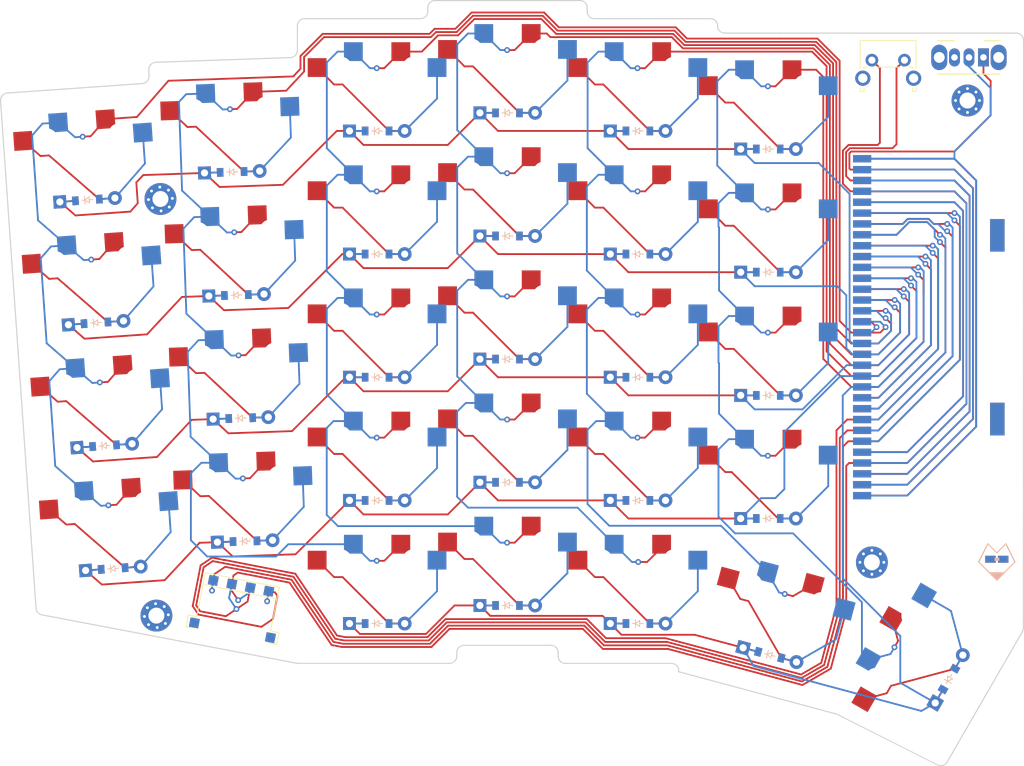
<source format=kicad_pcb>
(kicad_pcb (version 20211014) (generator pcbnew)
  (title_block (title "foxboy") (rev "v1.0.0") (company "Unknown"))
  (layers (0 "F.Cu" signal) (31 "B.Cu" signal) (34 "B.Paste" user) (35 "F.Paste" user) (36 "B.SilkS" user "B.Silkscreen") (37 "F.SilkS" user "F.Silkscreen") (38 "B.Mask" user) (39 "F.Mask" user) (44 "Edge.Cuts" user))
  (net 0 "")
  (net 1 "col0")
  (net 2 "outer_bottom")
  (net 3 "outer_home")
  (net 4 "outer_top")
  (net 5 "outer_num")
  (net 6 "col1")
  (net 7 "pinky_bottom")
  (net 8 "pinky_home")
  (net 9 "pinky_top")
  (net 10 "pinky_num")
  (net 11 "col2")
  (net 12 "ring_mod")
  (net 13 "ring_bottom")
  (net 14 "ring_home")
  (net 15 "ring_top")
  (net 16 "ring_num")
  (net 17 "col3")
  (net 18 "middle_mod")
  (net 19 "middle_bottom")
  (net 20 "middle_home")
  (net 21 "middle_top")
  (net 22 "middle_num")
  (net 23 "col4")
  (net 24 "index_mod")
  (net 25 "index_bottom")
  (net 26 "index_home")
  (net 27 "index_top")
  (net 28 "index_num")
  (net 29 "col5")
  (net 30 "inner_bottom")
  (net 31 "inner_home")
  (net 32 "inner_top")
  (net 33 "inner_num")
  (net 34 "layer_cluster")
  (net 35 "space_cluster")
  (net 36 "row3")
  (net 37 "row2")
  (net 38 "row1")
  (net 39 "row0")
  (net 40 "row4")
  (net 41 "BATOUT")
  (net 42 "BATIN")
  (net 43 "RST")
  (net 44 "GND")
  (net 45 "VCC")
  (net 46 "MOSI")
  (net 47 "MISO")
  (net 48 "SCK")
  (net 49 "IO_CS")
  (net 50 "row5")
  (net 51 "LCD_CS")
  (net 52 "col6")
  (net 53 "col7")
  (net 54 "NFC0")
  (net 55 "NFC1")
  (footprint "ComboDiode" (layer "F.Cu") (at 74.33426 172.945734 4)
    (fp_text reference "D2" hide)
    (fp_text value "" hide)
  )
  (footprint "ComboDiode" (layer "F.Cu") (at 165.953498 149.00043)
    (fp_text reference "D26" hide)
    (fp_text value "" hide)
  )
  (footprint "ComboDiode" (layer "F.Cu") (at 91.94029 135.163949 2)
    (fp_text reference "D8" hide)
    (fp_text value "" hide)
  )
  (footprint "ComboDiode" (layer "F.Cu") (at 93.126872 169.143236 2)
    (fp_text reference "D6" hide)
    (fp_text value "" hide)
  )
  (footprint "PG1350" (layer "F.Cu") (at 129.9535 173.000421)
    (fp_text reference "S15" hide)
    (fp_text value "" hide)
  )
  (footprint "ComboDiode" (layer "F.Cu") (at 165.953496 166.000428)
    (fp_text reference "D25" hide)
    (fp_text value "" hide)
  )
  (footprint "PG1350" (layer "F.Cu") (at 129.953489 156.000416)
    (fp_text reference "S16" hide)
    (fp_text value "" hide)
  )
  (footprint "PG1350" (layer "F.Cu") (at 92.359088 147.156637 2)
    (fp_text reference "S7" hide)
    (fp_text value "" hide)
  )
  (footprint "ComboDiode" (layer "F.Cu") (at 147.95349 129.500424)
    (fp_text reference "D23" hide)
    (fp_text value "" hide)
  )
  (footprint "ComboDiode" (layer "F.Cu") (at 111.953499 180.500426)
    (fp_text reference "D10" hide)
    (fp_text value "" hide)
  )
  (footprint "PG1350" (layer "F.Cu") (at 147.9535 158.500426)
    (fp_text reference "S21" hide)
    (fp_text value "" hide)
  )
  (footprint "PG1350" (layer "F.Cu") (at 165.953497 178.00043)
    (fp_text reference "S24" hide)
    (fp_text value "" hide)
  )
  (footprint "ComboDiode" (layer "F.Cu") (at 147.953499 180.500423)
    (fp_text reference "D20" hide)
    (fp_text value "" hide)
  )
  (footprint "SW_CuK_OS102011MA1QN1_SPDT_Angled" (layer "F.Cu") (at 195.653492 119.350421 180)
    (fp_text reference "REF**" hide)
    (fp_text value "SW_CuK_OS102011MA1QN1_SPDT_Angled" hide)
  )
  (footprint "ComboDiode" (layer "F.Cu") (at 165.953494 183.000424)
    (fp_text reference "D24" hide)
    (fp_text value "" hide)
  )
  (footprint "PG1350" (layer "F.Cu") (at 147.953497 192.500421)
    (fp_text reference "S19" hide)
    (fp_text value "" hide)
  )
  (footprint "ComboDiode" (layer "F.Cu") (at 129.953491 127.000419)
    (fp_text reference "D18" hide)
    (fp_text value "" hide)
  )
  (footprint "PG1350" (layer "F.Cu") (at 75.171325 184.91651 4)
    (fp_text reference "S1" hide)
    (fp_text value "" hide)
  )
  (footprint "PG1350" (layer "F.Cu") (at 111.95349 175.500431)
    (fp_text reference "S10" hide)
    (fp_text value "" hide)
  )
  (footprint "ComboDiode" (layer "F.Cu") (at 111.953491 163.500423)
    (fp_text reference "D11" hide)
    (fp_text value "" hide)
  )
  (footprint "PG1350" (layer "F.Cu") (at 129.953497 190.000422)
    (fp_text reference "S14" hide)
    (fp_text value "" hide)
  )
  (footprint "PG1350" (layer "F.Cu") (at 111.953497 158.500426)
    (fp_text reference "S11" hide)
    (fp_text value "" hide)
  )
  (footprint "ComboDiode" (layer "F.Cu") (at 93.72016 186.132887 2)
    (fp_text reference "D5" hide)
    (fp_text value "" hide)
  )
  (footprint "PG1350" (layer "F.Cu") (at 91.765796 130.166992 2)
    (fp_text reference "S8" hide)
    (fp_text value "" hide)
  )
  (footprint "PG1350" (layer "F.Cu") (at 165.9535 144.000419)
    (fp_text reference "S26" hide)
    (fp_text value "" hide)
  )
  (footprint "PG1350" (layer "F.Cu") (at 165.953502 127.00042)
    (fp_text reference "S27" hide)
    (fp_text value "" hide)
  )
  (footprint "ComboDiode" (layer "F.Cu") (at 75.520117 189.904331 4)
    (fp_text reference "D1" hide)
    (fp_text value "" hide)
  )
  (footprint "MountingHole_2.2mm_M2_Pad_Via" (layer "F.Cu") (at 180.253497 189.050426)
    (fp_text reference "_1" hide)
    (fp_text value "")
  )
  (footprint "ComboDiode" (layer "F.Cu") (at 73.148394 155.987147 4)
    (fp_text reference "D3" hide)
    (fp_text value "" hide)
  )
  (footprint "PG1350" (layer "F.Cu") (at 111.953492 141.500421)
    (fp_text reference "S12" hide)
    (fp_text value "" hide)
  )
  (footprint "MountingHole_2.2mm_M2_Pad_Via" (layer "F.Cu") (at 82.04565 138.894545 3)
    (fp_text reference "_4" hide)
    (fp_text value "")
  )
  (footprint "ComboDiode" (layer "F.Cu") (at 92.533582 152.153593 2)
    (fp_text reference "D7" hide)
    (fp_text value "" hide)
  )
  (footprint "PG1350" (layer "F.Cu") (at 73.985473 167.957912 4)
    (fp_text reference "S2" hide)
    (fp_text value "" hide)
  )
  (footprint "Custom:SIQ-02FVS3" (layer "F.Cu") (at 93.172905 192.290998 -11)
    (fp_text reference "REF**" hide)
    (fp_text value "SIQ-02FVS3" hide)
  )
  (footprint "ComboDiode" (layer "F.Cu") (at 129.953496 178.00042)
    (fp_text reference "D15" hide)
    (fp_text value "" hide)
  )
  (footprint "ComboDiode" (layer "F.Cu") (at 111.953496 146.500429)
    (fp_text reference "D12" hide)
    (fp_text value "" hide)
  )
  (footprint "PG1350" (layer "F.Cu") (at 186.572211 202.65917 60)
    (fp_text reference "S29" hide)
    (fp_text value "" hide)
  )
  (footprint "ComboDiode" (layer "F.Cu") (at 71.962538 139.028561 4)
    (fp_text reference "D4" hide)
    (fp_text value "" hide)
  )
  (footprint "PG1350" (layer "F.Cu") (at 129.953498 139.000422)
    (fp_text reference "S17" hide)
    (fp_text value "" hide)
  )
  (footprint "ComboDiode" (layer "F.Cu") (at 147.953499 197.500423)
    (fp_text reference "D19" hide)
    (fp_text value "" hide)
  )
  (footprint "ComboDiode" (layer "F.Cu") (at 129.953495 195.000421)
    (fp_text reference "D14" hide)
    (fp_text value "" hide)
  )
  (footprint "SW_Tactile_SPST_Angled_PTS645Vx39-2LFS" (layer "F.Cu") (at 180.253497 119.732924)
    (fp_text reference "REF**" hide)
    (fp_text value "SW_Tactile_SPST_Angled_PTS645Vx39-2LFS" hide)
  )
  (footprint "PG1350" (layer "F.Cu") (at 93.545671 181.135916 2)
    (fp_text reference "S5" hide)
    (fp_text value "" hide)
  )
  (footprint "PG1350" (layer "F.Cu") (at 147.953498 141.500425)
    (fp_text reference "S22" hide)
    (fp_text value "" hide)
  )
  (footprint "PG1350" (layer "F.Cu") (at 71.613753 134.040736 4)
    (fp_text reference "S4" hide)
    (fp_text value "" hide)
  )
  (footprint "ComboDiode" (layer "F.Cu") (at 111.953495 197.500424)
    (fp_text reference "D9" hide)
    (fp_text value "" hide)
  )
  (footprint "MountingHole_2.2mm_M2_Pad_Via" (layer "F.Cu") (at 81.488039 196.403847 4)
    (fp_text reference "_3" hide)
    (fp_text value "")
  )
  (footprint "ComboDiode" (layer "F.Cu") (at 147.953495 146.500424)
    (fp_text reference "D22" hide)
    (fp_text value "" hide)
  )
  (footprint "PG1350" (layer "F.Cu") (at 165.9535 161.000424)
    (fp_text reference "S25" hide)
    (fp_text value "" hide)
  )
  (footprint "PG1350" (layer "F.Cu") (at 167.453496 197.000409 -15)
    (fp_text reference "S28" hide)
    (fp_text value "" hide)
  )
  (footprint "PG1350" (layer "F.Cu") (at 111.953493 124.500418)
    (fp_text reference "S13" hide)
    (fp_text value "" hide)
  )
  (footprint "Custom:GBA_Reversible_Cart_Reader" (layer "F.Cu") (at 184.653504 156.587934 -90)
    (fp_text reference "J2" hide)
    (fp_text value "CartBus" hide)
  )
  (footprint "PG1350" (layer "F.Cu") (at 129.953497 122.000422)
    (fp_text reference "S18" hide)
    (fp_text value "" hide)
  )
  (footprint "ComboDiode" (layer "F.Cu") (at 129.953504 161.000422)
    (fp_text reference "D16" hide)
    (fp_text value "" hide)
  )
  (footprint "ComboDiode" (layer "F.Cu") (at 190.902338 205.159166 60)
    (fp_text reference "D29" hide)
    (fp_text value "" hide)
  )
  (footprint "ComboDiode" (layer "F.Cu") (at 147.953498 163.500424)
    (fp_text reference "D21" hide)
    (fp_text value "" hide)
  )
  (footprint "ComboDiode" (layer "F.Cu") (at 165.953496 132.000423)
    (fp_text reference "D27" hide)
    (fp_text value "" hide)
  )
  (footprint "PG1350" (layer "F.Cu") (at 147.953492 124.500424)
    (fp_text reference "S23" hide)
    (fp_text value "" hide)
  )
  (footprint "ComboDiode" (layer "F.Cu") (at 129.953498 144.000427)
    (fp_text reference "D17" hide)
    (fp_text value "" hide)
  )
  (footprint "MountingHole_2.2mm_M2_Pad_Via" (layer "F.Cu") (at 193.453495 125.300421)
    (fp_text reference "_2" hide)
    (fp_text value "")
  )
  (footprint "PG1350" (layer "F.Cu") (at 72.799621 150.99933 4)
    (fp_text reference "S3" hide)
    (fp_text value "" hide)
  )
  (footprint "PG1350" (layer "F.Cu") (at 147.953493 175.500428)
    (fp_text reference "S20" hide)
    (fp_text value "" hide)
  )
  (footprint "PG1350" (layer "F.Cu") (at 92.952375 164.146273 2)
    (fp_text reference "S6" hide)
    (fp_text value "" hide)
  )
  (footprint "ComboDiode" (layer "F.Cu") (at 166.159404 201.830056 -15)
    (fp_text reference "D28" hide)
    (fp_text value "" hide)
  )
  (footprint "PG1350" (layer "F.Cu") (at 111.953497 192.500422)
    (fp_text reference "S9" hide)
    (fp_text value "" hide)
  )
  (footprint "ComboDiode" (layer "F.Cu") (at 111.953487 129.500427)
    (fp_text reference "D13" hide)
    (fp_text value "" hide)
  )
  (gr_line (start 197.5 191.500001) (end 194.999999 189.000001) (layer "B.SilkS") (width 0.15))
  (gr_line (start 196.249999 186.500007) (end 197.500006 187.750001) (layer "B.SilkS") (width 0.15))
  (gr_line (start 198.749999 186.500001) (end 200.00001 188.999999) (layer "B.SilkS") (width 0.15))
  (gr_line (start 198.5 190.499998) (end 197.5 191.500001) (layer "B.SilkS") (width 0.15))
  (gr_line (start 200.00001 188.999999) (end 197.5 191.500001) (layer "B.SilkS") (width 0.15))
  (gr_line (start 197.750004 188.750005) (end 197.250004 188.750007) (layer "B.SilkS") (width 0.15))
  (gr_line (start 194.999999 189.000001) (end 196.249999 186.500007) (layer "B.SilkS") (width 0.15))
  (gr_line (start 197.250005 188.499198) (end 197.749999 188.499188) (layer "B.SilkS") (width 0.15))
  (gr_line (start 197.749996 188.5) (end 197.750004 188.750005) (layer "B.SilkS") (width 0.15))
  (gr_line (start 197.5 191.500001) (end 196.500002 190.499999) (layer "B.SilkS") (width 0.15))
  (gr_line (start 197.500006 187.750001) (end 198.749999 186.500001) (layer "B.SilkS") (width 0.15))
  (gr_line (start 197.250004 188.750007) (end 197.250004 188.500005) (layer "B.SilkS") (width 0.15))
  (gr_line (start 196.500002 190.499999) (end 198.5 190.499998) (layer "B.SilkS") (width 0.15))
  (gr_line (start 197.5 191.500001) (end 194.999999 189.000001) (layer "F.SilkS") (width 0.15))
  (gr_line (start 197.250004 188.750007) (end 197.250004 188.500005) (layer "F.SilkS") (width 0.15))
  (gr_line (start 198.5 190.499998) (end 197.5 191.500001) (layer "F.SilkS") (width 0.15))
  (gr_line (start 196.249999 186.500007) (end 197.500006 187.750001) (layer "F.SilkS") (width 0.15))
  (gr_line (start 197.500006 187.750001) (end 198.749999 186.500001) (layer "F.SilkS") (width 0.15))
  (gr_line (start 196.500002 190.499999) (end 198.5 190.499998) (layer "F.SilkS") (width 0.15))
  (gr_line (start 197.750004 188.750005) (end 197.250004 188.750007) (layer "F.SilkS") (width 0.15))
  (gr_line (start 197.250005 188.499198) (end 197.749999 188.499188) (layer "F.SilkS") (width 0.15))
  (gr_line (start 198.749999 186.500001) (end 200.00001 188.999999) (layer "F.SilkS") (width 0.15))
  (gr_line (start 200.00001 188.999999) (end 197.5 191.500001) (layer "F.SilkS") (width 0.15))
  (gr_line (start 197.749996 188.5) (end 197.750004 188.750005) (layer "F.SilkS") (width 0.15))
  (gr_line (start 197.5 191.500001) (end 196.500002 190.499999) (layer "F.SilkS") (width 0.15))
  (gr_line (start 194.999999 189.000001) (end 196.249999 186.500007) (layer "F.SilkS") (width 0.15))
  (gr_line (start 139.953496 111.50043) (end 119.9535 111.500421) (layer "Edge.Cuts") (width 0.15))
  (gr_arc (start 101.047621 203.000421) (mid 100.953908 202.996022) (end 100.86102 202.982865) (layer "Edge.Cuts") (width 0.15))
  (gr_line (start 80.440944 121.056678) (end 80.471388 121.928258) (layer "Edge.Cuts") (width 0.15))
  (gr_line (start 140.953501 113.000425) (end 140.953503 112.500424) (layer "Edge.Cuts") (width 0.15))
  (gr_arc (start 100.953492 115.000424) (mid 101.24637 114.293282) (end 101.953492 114.000424) (layer "Edge.Cuts") (width 0.15))
  (gr_line (start 153.579449 204.153287) (end 175.262123 209.963141) (layer "Edge.Cuts") (width 0.15))
  (gr_arc (start 122.953493 201.500422) (mid 123.24641 200.793346) (end 123.953497 200.500418) (layer "Edge.Cuts") (width 0.15))
  (gr_line (start 157.953498 114.000427) (end 141.953493 114.000426) (layer "Edge.Cuts") (width 0.15))
  (gr_arc (start 118.953491 112.500418) (mid 119.246375 111.793277) (end 119.9535 111.500421) (layer "Edge.Cuts") (width 0.15))
  (gr_arc (start 159.953498 116.000422) (mid 159.2464 115.707525) (end 158.953499 115.000432) (layer "Edge.Cuts") (width 0.15))
  (gr_arc (start 80.471388 121.928258) (mid 80.215119 122.632271) (end 79.541747 122.960722) (layer "Edge.Cuts") (width 0.15))
  (gr_line (start 123.953497 200.500418) (end 135.953505 200.500421) (layer "Edge.Cuts") (width 0.15))
  (gr_line (start 65.687775 196.302072) (end 100.86102 202.982865) (layer "Edge.Cuts") (width 0.15))
  (gr_line (start 189.322138 217.01129) (end 175.45261 210.035685) (layer "Edge.Cuts") (width 0.15))
  (gr_line (start 99.988399 119.37345) (end 81.40544 120.02238) (layer "Edge.Cuts") (width 0.15))
  (gr_line (start 153.579449 204.153287) (end 153.585061 204.06127) (layer "Edge.Cuts") (width 0.15))
  (gr_arc (start 118.953491 113.000416) (mid 118.660585 113.707495) (end 117.953488 114.000424) (layer "Edge.Cuts") (width 0.15))
  (gr_line (start 118.953491 112.500418) (end 118.953491 113.000416) (layer "Edge.Cuts") (width 0.15))
  (gr_line (start 190.63748 216.617918) (end 201.031598 198.61478) (layer "Edge.Cuts") (width 0.15))
  (gr_arc (start 137.953502 203.000422) (mid 137.246397 202.707522) (end 136.953494 202.00042) (layer "Edge.Cuts") (width 0.15))
  (gr_line (start 137.953502 203.000422) (end 152.586909 203.000425) (layer "Edge.Cuts") (width 0.15))
  (gr_arc (start 157.953498 114.000427) (mid 158.660612 114.293314) (end 158.953499 115.000432) (layer "Edge.Cuts") (width 0.15))
  (gr_arc (start 152.586909 203.000425) (mid 153.315208 203.315164) (end 153.585061 204.06127) (layer "Edge.Cuts") (width 0.15))
  (gr_arc (start 59.977873 125.331202) (mid 60.220743 124.605422) (end 60.905671 124.263883) (layer "Edge.Cuts") (width 0.15))
  (gr_arc (start 141.953493 114.000426) (mid 141.246394 113.707523) (end 140.953501 113.000425) (layer "Edge.Cuts") (width 0.15))
  (gr_arc (start 80.440944 121.056678) (mid 80.70895 120.339724) (end 81.40544 120.02238) (layer "Edge.Cuts") (width 0.15))
  (gr_line (start 79.541747 122.960722) (end 60.905671 124.263883) (layer "Edge.Cuts") (width 0.15))
  (gr_arc (start 122.953498 202.00042) (mid 122.660627 202.707563) (end 121.953496 203.000415) (layer "Edge.Cuts") (width 0.15))
  (gr_arc (start 200.193158 116.00042) (mid 200.900387 116.293439) (end 201.193147 117.000755) (layer "Edge.Cuts") (width 0.15))
  (gr_line (start 136.9535 201.500428) (end 136.953494 202.00042) (layer "Edge.Cuts") (width 0.15))
  (gr_line (start 201.193147 117.000755) (end 201.165579 198.115125) (layer "Edge.Cuts") (width 0.15))
  (gr_arc (start 139.953496 111.50043) (mid 140.660606 111.793313) (end 140.953503 112.500424) (layer "Edge.Cuts") (width 0.15))
  (gr_arc (start 65.687773 196.302067) (mid 65.126871 195.98383) (end 64.876807 195.389395) (layer "Edge.Cuts") (width 0.15))
  (gr_arc (start 190.637484 216.617912) (mid 190.058 217.076025) (end 189.322138 217.01129) (layer "Edge.Cuts") (width 0.15))
  (gr_arc (start 175.262123 209.963141) (mid 175.359219 209.99455) (end 175.45261 210.035685) (layer "Edge.Cuts") (width 0.15))
  (gr_line (start 159.953498 116.000422) (end 200.193158 116.00042) (layer "Edge.Cuts") (width 0.15))
  (gr_arc (start 135.953505 200.500421) (mid 136.660617 200.793311) (end 136.9535 201.500428) (layer "Edge.Cuts") (width 0.15))
  (gr_line (start 122.953498 202.00042) (end 122.953493 201.500422) (layer "Edge.Cuts") (width 0.15))
  (gr_line (start 59.977874 125.331203) (end 64.876807 195.389395) (layer "Edge.Cuts") (width 0.15))
  (gr_line (start 101.953492 114.000424) (end 117.953488 114.000424) (layer "Edge.Cuts") (width 0.15))
  (gr_line (start 100.953492 115.000424) (end 100.953496 118.374063) (layer "Edge.Cuts") (width 0.15))
  (gr_arc (start 201.165579 198.115125) (mid 201.131446 198.373763) (end 201.031598 198.61478) (layer "Edge.Cuts") (width 0.15))
  (gr_arc (start 100.953496 118.374063) (mid 100.672816 119.068699) (end 99.988399 119.37345) (layer "Edge.Cuts") (width 0.15))
  (gr_line (start 101.047621 203.000421) (end 121.953496 203.000415) (layer "Edge.Cuts") (width 0.15))
  (segment (start 122.754184 115.401608) (end 121.626977 115.401608) (width 0.25) (layer "F.Cu") (net 1))
  (segment (start 101.376978 119.165208) (end 101.376972 120.801604) (width 0.25) (layer "F.Cu") (net 1))
  (segment (start 72.42737 130.221644) (end 74.465721 127.87677) (width 0.25) (layer "F.Cu") (net 1))
  (segment (start 181.399494 157.337934) (end 182.149494 156.587939) (width 0.25) (layer "F.Cu") (net 1))
  (segment (start 175.799493 120.301605) (end 175.799499 119.806023) (width 0.25) (layer "F.Cu") (net 1))
  (segment (start 78.800987 127.573624) (end 83.14803 122.572926) (width 0.25) (layer "F.Cu") (net 1))
  (segment (start 74.465722 127.876771) (end 78.800987 127.573624) (width 0.25) (layer "F.Cu") (net 1))
  (segment (start 73.679194 164.217128) (end 74.799097 164.138823) (width 0.25) (layer "F.Cu") (net 1))
  (segment (start 125.004179 113.151608) (end 122.754184 115.401608) (width 0.25) (layer "F.Cu") (net 1))
  (segment (start 75.984953 181.097408) (end 78.023306 178.752548) (width 0.25) (layer "F.Cu") (net 1))
  (segment (start 150.376974 115.201602) (end 137.049764 115.201609) (width 0.25) (layer "F.Cu") (net 1))
  (segment (start 154.734971 116.750426) (end 154.206569 116.222005) (width 0.25) (layer "F.Cu") (net 1))
  (segment (start 175.535889 119.542416) (end 172.743899 116.750423) (width 0.25) (layer "F.Cu") (net 1))
  (segment (start 178.903499 157.337927) (end 181.399494 157.337934) (width 0.25) (layer "F.Cu") (net 1))
  (segment (start 175.799498 155.724132) (end 177.4133 157.337933) (width 0.25) (layer "F.Cu") (net 1))
  (segment (start 171.998313 116.750421) (end 167.626975 116.750428) (width 0.25) (layer "F.Cu") (net 1))
  (segment (start 134.999768 113.151608) (end 131.37698 113.151606) (width 0.25) (layer "F.Cu") (net 1))
  (segment (start 175.799499 137.124326) (end 175.799498 155.724132) (width 0.25) (layer "F.Cu") (net 1))
  (segment (start 172.743899 116.750423) (end 171.998313 116.750421) (width 0.25) (layer "F.Cu") (net 1))
  (segment (start 74.86506 181.175717) (end 75.984953 181.097408) (width 0.25) (layer "F.Cu") (net 1))
  (segment (start 137.049764 115.201609) (end 136.13837 114.290217) (width 0.25) (layer "F.Cu") (net 1))
  (segment (start 119.190578 116.101607) (end 117.626974 116.101604) (width 0.25) (layer "F.Cu") (net 1))
  (segment (start 100.387517 121.970911) (end 83.14803 122.572926) (width 0.25) (layer "F.Cu") (net 1))
  (segment (start 101.380613 120.905947) (end 100.387517 121.970911) (width 0.25) (layer "F.Cu") (net 1))
  (segment (start 102.308775 118.233407) (end 101.376978 119.165208) (width 0.25) (layer "F.Cu") (net 1))
  (segment (start 167.626975 116.750428) (end 154.734971 116.750426) (width 0.25) (layer "F.Cu") (net 1))
  (segment (start 119.890579 115.401604) (end 119.190578 116.101607) (width 0.25) (layer "F.Cu") (net 1))
  (segment (start 178.903503 157.337932) (end 177.4133 157.337933) (width 0.25) (layer "F.Cu") (net 1))
  (segment (start 117.626974 116.101604) (end 104.440581 116.101602) (width 0.25) (layer "F.Cu") (net 1))
  (segment (start 104.440581 116.101602) (end 102.308775 118.233407) (width 0.25) (layer "F.Cu") (net 1))
  (segment (start 74.799097 164.138823) (end 76.837448 161.793963) (width 0.25) (layer "F.Cu") (net 1))
  (segment (start 72.493345 147.258539) (end 73.613234 147.180231) (width 0.25) (layer "F.Cu") (net 1))
  (segment (start 73.613234 147.180231) (end 75.651595 144.835371) (width 0.25) (layer "F.Cu") (net 1))
  (segment (start 175.799499 119.806023) (end 175.535889 119.542416) (width 0.25) (layer "F.Cu") (net 1))
  (segment (start 101.376972 120.801604) (end 101.380613 120.905947) (width 0.25) (layer "F.Cu") (net 1))
  (segment (start 71.307486 130.299952) (end 72.42737 130.221644) (width 0.25) (layer "F.Cu") (net 1))
  (segment (start 175.799499 137.124326) (end 175.799493 120.301605) (width 0.25) (layer "F.Cu") (net 1))
  (segment (start 154.206569 116.222005) (end 153.186161 115.201607) (width 0.25) (layer "F.Cu") (net 1))
  (segment (start 153.186161 115.201607) (end 150.376974 115.201602) (width 0.25) (layer "F.Cu") (net 1))
  (segment (start 121.626977 115.401608) (end 119.890579 115.401604) (width 0.25) (layer "F.Cu") (net 1))
  (segment (start 136.13837 114.290217) (end 134.999768 113.151608) (width 0.25) (layer "F.Cu") (net 1))
  (segment (start 131.37698 113.151606) (end 125.004179 113.151608) (width 0.25) (layer "F.Cu") (net 1))
  (via (at 73.679194 164.217128) (size 0.8) (drill 0.4) (layers "F.Cu" "B.Cu") (net 1))
  (via (at 74.86506 181.175717) (size 0.8) (drill 0.4) (layers "F.Cu" "B.Cu") (net 1))
  (via (at 71.307486 130.299952) (size 0.8) (drill 0.4) (layers "F.Cu" "B.Cu") (net 1))
  (via (at 182.149494 156.587939) (size 0.8) (drill 0.4) (layers "F.Cu" "B.Cu") (net 1))
  (via (at 72.493345 147.258539) (size 0.8) (drill 0.4) (layers "F.Cu" "B.Cu") (net 1))
  (segment (start 65.154071 141.846883) (end 64.334458 130.125798) (width 0.25) (layer "B.Cu") (net 1))
  (segment (start 71.48926 179.209458) (end 73.834119 181.247809) (width 0.25) (layer "B.Cu") (net 1))
  (segment (start 70.303403 162.250861) (end 72.648259 164.289212) (width 0.25) (layer "B.Cu") (net 1))
  (segment (start 65.760331 128.485517) (end 67.931681 128.333683) (width 0.25) (layer "B.Cu") (net 1))
  (segment (start 64.334458 130.125798) (end 65.760331 128.485517) (width 0.25) (layer "B.Cu") (net 1))
  (segment (start 66.706178 164.04298) (end 68.132051 162.402699) (width 0.25) (layer "B.Cu") (net 1))
  (segment (start 67.931677 128.333687) (end 70.276548 130.372043) (width 0.25) (layer "B.Cu") (net 1))
  (segment (start 71.462404 147.330628) (end 72.493345 147.258539) (width 0.25) (layer "B.Cu") (net 1))
  (segment (start 182.149494 156.587939) (end 181.399496 155.837938) (width 0.25) (layer "B.Cu") (net 1))
  (segment (start 181.399496 155.837938) (end 178.903497 155.837926) (width 0.25) (layer "B.Cu") (net 1))
  (segment (start 69.117546 145.292278) (end 71.462404 147.330628) (width 0.25) (layer "B.Cu") (net 1))
  (segment (start 72.648259 164.289212) (end 73.679194 164.217128) (width 0.25) (layer "B.Cu") (net 1))
  (segment (start 71.48926 179.209458) (end 67.525797 175.764061) (width 0.25) (layer "B.Cu") (net 1))
  (segment (start 69.117542 145.292273) (end 65.154071 141.846883) (width 0.25) (layer "B.Cu") (net 1))
  (segment (start 67.525797 175.764061) (end 66.706178 164.04298) (width 0.25) (layer "B.Cu") (net 1))
  (segment (start 66.946196 145.444106) (end 69.117542 145.292273) (width 0.25) (layer "B.Cu") (net 1))
  (segment (start 73.834119 181.247809) (end 74.86506 181.175717) (width 0.25) (layer "B.Cu") (net 1))
  (segment (start 70.303406 162.25086) (end 66.339938 158.805472) (width 0.25) (layer "B.Cu") (net 1))
  (segment (start 65.52032 147.084388) (end 66.946196 145.444106) (width 0.25) (layer "B.Cu") (net 1))
  (segment (start 66.339938 158.805472) (end 65.52032 147.084388) (width 0.25) (layer "B.Cu") (net 1))
  (segment (start 70.276548 130.372043) (end 71.307486 130.299952) (width 0.25) (layer "B.Cu") (net 1))
  (segment (start 68.132051 162.402699) (end 70.303406 162.25086) (width 0.25) (layer "B.Cu") (net 1))
  (segment (start 70.225264 183.755653) (end 69.05313 183.837619) (width 0.25) (layer "F.Cu") (net 2))
  (segment (start 69.05313 183.837619) (end 66.6549 181.752873) (width 0.25) (layer "F.Cu") (net 2))
  (segment (start 77.166095 189.78923) (end 70.225264 183.755653) (width 0.25) (layer "F.Cu") (net 2))
  (segment (start 77.166095 189.78923) (end 79.320836 189.638558) (width 0.25) (layer "F.Cu") (net 2))
  (segment (start 77.166095 189.78923) (end 79.320836 189.638558) (width 0.25) (layer "B.Cu") (net 2))
  (segment (start 83.463504 184.872967) (end 83.164591 180.598411) (width 0.25) (layer "B.Cu") (net 2))
  (segment (start 79.320836 189.638558) (end 83.463504 184.872967) (width 0.25) (layer "B.Cu") (net 2))
  (segment (start 67.867276 166.87903) (end 65.469054 164.794288) (width 0.25) (layer "F.Cu") (net 3))
  (segment (start 75.980237 172.830638) (end 69.039409 166.797071) (width 0.25) (layer "F.Cu") (net 3))
  (segment (start 69.039409 166.797071) (end 67.867276 166.87903) (width 0.25) (layer "F.Cu") (net 3))
  (segment (start 75.980237 172.830638) (end 78.134978 172.679968) (width 0.25) (layer "F.Cu") (net 3))
  (segment (start 78.134978 172.679968) (end 75.980237 172.830638) (width 0.25) (layer "B.Cu") (net 3))
  (segment (start 78.134978 172.679968) (end 82.277641 167.914373) (width 0.25) (layer "B.Cu") (net 3))
  (segment (start 82.277641 167.914373) (end 81.978743 163.639818) (width 0.25) (layer "B.Cu") (net 3))
  (segment (start 67.853553 149.838481) (end 66.681412 149.920441) (width 0.25) (layer "F.Cu") (net 4))
  (segment (start 66.681412 149.920441) (end 64.283189 147.835701) (width 0.25) (layer "F.Cu") (net 4))
  (segment (start 74.794379 155.872048) (end 76.949119 155.721374) (width 0.25) (layer "F.Cu") (net 4))
  (segment (start 74.794379 155.872048) (end 67.853553 149.838481) (width 0.25) (layer "F.Cu") (net 4))
  (segment (start 81.091786 150.955782) (end 80.792879 146.681225) (width 0.25) (layer "B.Cu") (net 4))
  (segment (start 76.949119 155.721374) (end 81.091786 150.955782) (width 0.25) (layer "B.Cu") (net 4))
  (segment (start 76.949119 155.721374) (end 74.794379 155.872048) (width 0.25) (layer "B.Cu") (net 4))
  (segment (start 66.66769 132.879892) (end 65.49555 132.961854) (width 0.25) (layer "F.Cu") (net 5))
  (segment (start 73.608512 138.913462) (end 66.66769 132.879892) (width 0.25) (layer "F.Cu") (net 5))
  (segment (start 65.49555 132.961854) (end 63.09732 130.877104) (width 0.25) (layer "F.Cu") (net 5))
  (segment (start 75.763257 138.762779) (end 73.608512 138.913462) (width 0.25) (layer "F.Cu") (net 5))
  (segment (start 73.608512 138.913462) (end 75.763257 138.762779) (width 0.25) (layer "B.Cu") (net 5))
  (segment (start 79.905919 133.9972) (end 75.763257 138.762779) (width 0.25) (layer "B.Cu") (net 5))
  (segment (start 79.607009 129.72264) (end 79.905919 133.9972) (width 0.25) (layer "B.Cu") (net 5))
  (segment (start 92.236575 143.489956) (end 93.22416 143.455471) (width 0.25) (layer "F.Cu") (net 6))
  (segment (start 182.899495 157.087933) (end 182.899501 156.087931) (width 0.25) (layer "F.Cu") (net 6))
  (segment (start 101.876974 121.301609) (end 101.876975 119.301606) (width 0.25) (layer "F.Cu") (net 6))
  (segment (start 182.899501 156.087931) (end 182.149497 155.337924) (width 0.25) (layer "F.Cu") (net 6))
  (segment (start 120.076974 115.851606) (end 122.940577 115.851609) (width 0.25) (layer "F.Cu") (net 6))
  (segment (start 92.829878 160.479607) (end 93.817452 160.445118) (width 0.25) (layer "F.Cu") (net 6))
  (segment (start 175.349497 119.99242) (end 175.349493 137.310725) (width 0.25) (layer "F.Cu") (net 6))
  (segment (start 152.999774 115.651607) (end 154.548584 117.200426) (width 0.25) (layer "F.Cu") (net 6))
  (segment (start 178.9035 158.837933) (end 177.4133 158.837931) (width 0.25) (layer "F.Cu") (net 6))
  (segment (start 94.410748 177.434756) (end 96.611027 175.075253) (width 0.25) (layer "F.Cu") (net 6))
  (segment (start 175.349493 137.310725) (end 175.349493 156.774123) (width 0.25) (layer "F.Cu") (net 6))
  (segment (start 93.423164 177.469245) (end 94.410748 177.434756) (width 0.25) (layer "F.Cu") (net 6))
  (segment (start 181.149496 158.837929) (end 182.899495 157.087933) (width 0.25) (layer "F.Cu") (net 6))
  (segment (start 154.548584 117.200426) (end 172.5575 117.200424) (width 0.25) (layer "F.Cu") (net 6))
  (segment (start 134.813372 113.601601) (end 136.863372 115.651607) (width 0.25) (layer "F.Cu") (net 6))
  (segment (start 91.643286 126.500316) (end 92.630871 126.465826) (width 0.25) (layer "F.Cu") (net 6))
  (segment (start 119.376973 116.551603) (end 120.076974 115.851606) (width 0.25) (layer "F.Cu") (net 6))
  (segment (start 136.863372 115.651607) (end 152.999774 115.651607) (width 0.25) (layer "F.Cu") (net 6))
  (segment (start 177.4133 158.837931) (end 175.349493 156.774123) (width 0.25) (layer "F.Cu") (net 6))
  (segment (start 104.626971 116.551608) (end 119.376973 116.551603) (width 0.25) (layer "F.Cu") (net 6))
  (segment (start 178.903495 158.837932) (end 181.149496 158.837929) (width 0.25) (layer "F.Cu") (net 6))
  (segment (start 172.5575 117.200424) (end 175.349497 119.99242) (width 0.25) (layer "F.Cu") (net 6))
  (segment (start 112.940984 188.837936) (end 115.228501 186.550422) (width 0.25) (layer "F.Cu") (net 6))
  (segment (start 93.817452 160.445118) (end 96.017732 158.085611) (width 0.25) (layer "F.Cu") (net 6))
  (segment (start 122.940577 115.851609) (end 125.190578 113.601602) (width 0.25) (layer "F.Cu") (net 6))
  (segment (start 99.410659 123.946404) (end 101.876974 121.301609) (width 0.25) (layer "F.Cu") (net 6))
  (segment (start 92.630871 126.465826) (end 94.83115 124.106317) (width 0.25) (layer "F.Cu") (net 6))
  (segment (start 125.190578 113.601602) (end 134.813372 113.601601) (width 0.25) (layer "F.Cu") (net 6))
  (segment (start 111.8995 188.837929) (end 112.940984 188.837936) (width 0.25) (layer "F.Cu") (net 6))
  (segment (start 101.876975 119.301606) (end 104.626971 116.551608) (width 0.25) (layer "F.Cu") (net 6))
  (segment (start 94.831148 124.106321) (end 99.410659 123.946404) (width 0.25) (layer "F.Cu") (net 6))
  (segment (start 93.22416 143.455471) (end 95.424437 141.095967) (width 0.25) (layer "F.Cu") (net 6))
  (via (at 182.149497 155.337924) (size 0.8) (drill 0.4) (layers "F.Cu" "B.Cu") (net 6))
  (via (at 92.236575 143.489956) (size 0.8) (drill 0.4) (layers "F.Cu" "B.Cu") (net 6))
  (via (at 91.643286 126.500316) (size 0.8) (drill 0.4) (layers "F.Cu" "B.Cu") (net 6))
  (via (at 92.829878 160.479607) (size 0.8) (drill 0.4) (layers "F.Cu" "B.Cu") (net 6))
  (via (at 93.423164 177.469245) (size 0.8) (drill 0.4) (layers "F.Cu" "B.Cu") (net 6))
  (via (at 111.8995 188.837929) (size 0.8) (drill 0.4) (layers "F.Cu" "B.Cu") (net 6))
  (segment (start 91.237934 143.524828) (end 92.236575 143.489956) (width 0.25) (layer "B.Cu") (net 6))
  (segment (start 85.624713 154.726804) (end 85.215069 142.996237) (width 0.25) (layer "B.Cu") (net 6))
  (segment (start 85.598588 124.428725) (end 88.285134 124.334914) (width 0.25) (layer "B.Cu") (net 6))
  (segment (start 87.296389 158.390167) (end 89.471717 158.314206) (width 0.25) (layer "B.Cu") (net 6))
  (segment (start 90.065016 175.303846) (end 92.424518 177.504117) (width 0.25) (layer "B.Cu") (net 6))
  (segment (start 88.878423 141.324559) (end 85.031416 137.737163) (width 0.25) (layer "B.Cu") (net 6))
  (segment (start 91.831224 160.514473) (end 92.829878 160.479607) (width 0.25) (layer "B.Cu") (net 6))
  (segment (start 108.678496 186.55042) (end 110.966006 188.837935) (width 0.25) (layer "B.Cu") (net 6))
  (segment (start 89.471717 158.314206) (end 85.624713 154.726804) (width 0.25) (layer "B.Cu") (net 6))
  (segment (start 90.065016 175.303846) (end 86.218005 171.716457) (width 0.25) (layer "B.Cu") (net 6))
  (segment (start 88.5 188.25) (end 86.25 186) (width 0.25) (layer "B.Cu") (net 6))
  (segment (start 87.696164 175.303836) (end 90.065014 175.303836) (width 0.25) (layer "B.Cu") (net 6))
  (segment (start 178.903494 154.337934) (end 180.899492 154.337934) (width 0.25) (layer "B.Cu") (net 6))
  (segment (start 92.424518 177.504117) (end 93.423164 177.469245) (width 0.25) (layer "B.Cu") (net 6))
  (segment (start 86.218005 171.716457) (end 85.808368 159.985884) (width 0.25) (layer "B.Cu") (net 6))
  (segment (start 85.808368 159.985884) (end 87.296389 158.390167) (width 0.25) (layer "B.Cu") (net 6))
  (segment (start 84.603929 125.495376) (end 85.598588 124.428725) (width 0.25) (layer "B.Cu") (net 6))
  (segment (start 110.966006 188.837935) (end 111.8995 188.837929) (width 0.25) (layer "B.Cu") (net 6))
  (segment (start 180.899492 154.337934) (end 181.899499 155.337937) (width 0.25) (layer "B.Cu") (net 6))
  (segment (start 181.899499 155.337937) (end 182.149497 155.337924) (width 0.25) (layer "B.Cu") (net 6))
  (segment (start 108.678497 186.550422) (end 99.699578 186.550422) (width 0.25) (layer "B.Cu") (net 6))
  (segment (start 86.703101 141.400517) (end 88.878423 141.324559) (width 0.25) (layer "B.Cu") (net 6))
  (segment (start 90.644648 126.535185) (end 91.643286 126.500316) (width 0.25) (layer "B.Cu") (net 6))
  (segment (start 86.25 186) (end 86.25 176.75) (width 0.25) (layer "B.Cu") (net 6))
  (segment (start 88.285134 124.334914) (end 90.644648 126.535185) (width 0.25) (layer "B.Cu") (net 6))
  (segment (start 99.699578 186.550422) (end 98 188.25) (width 0.25) (layer "B.Cu") (net 6))
  (segment (start 86.25 176.75) (end 87.696164 175.303836) (width 0.25) (layer "B.Cu") (net 6))
  (segment (start 85.031416 137.737163) (end 84.603929 125.495376) (width 0.25) (layer "B.Cu") (net 6))
  (segment (start 85.215069 142.996237) (end 86.703101 141.400517) (width 0.25) (layer "B.Cu") (net 6))
  (segment (start 98 188.25) (end 88.5 188.25) (width 0.25) (layer "B.Cu") (net 6))
  (segment (start 89.471717 158.314206) (end 91.831224 160.514473) (width 0.25) (layer "B.Cu") (net 6))
  (segment (start 88.878423 141.324559) (end 91.237934 143.524828) (width 0.25) (layer "B.Cu") (net 6))
  (segment (start 88.730338 179.884497) (end 87.556056 179.925509) (width 0.25) (layer "F.Cu") (net 7))
  (segment (start 87.556056 179.925509) (end 85.144839 177.676998) (width 0.25) (layer "F.Cu") (net 7))
  (segment (start 97.527842 185.999912) (end 95.369158 186.075298) (width 0.25) (layer "F.Cu") (net 7))
  (segment (start 95.369158 186.075298) (end 88.730338 179.884497) (width 0.25) (layer "F.Cu") (net 7))
  (segment (start 101.684754 177.099418) (end 101.834298 181.381811) (width 0.25) (layer "B.Cu") (net 7))
  (segment (start 95.369158 186.075298) (end 97.527842 185.999912) (width 0.25) (layer "B.Cu") (net 7))
  (segment (start 101.834298 181.381811) (end 97.527842 185.999912) (width 0.25) (layer "B.Cu") (net 7))
  (segment (start 94.775872 169.085653) (end 88.13705 162.894855) (width 0.25) (layer "F.Cu") (net 8))
  (segment (start 88.13705 162.894855) (end 86.96277 162.935857) (width 0.25) (layer "F.Cu") (net 8))
  (segment (start 94.775872 169.085653) (end 96.934553 169.010271) (width 0.25) (layer "F.Cu") (net 8))
  (segment (start 86.96277 162.935857) (end 84.551538 160.687356) (width 0.25) (layer "F.Cu") (net 8))
  (segment (start 101.241004 164.392163) (end 96.934553 169.010271) (width 0.25) (layer "B.Cu") (net 8))
  (segment (start 96.934553 169.010271) (end 94.775872 169.085653) (width 0.25) (layer "B.Cu") (net 8))
  (segment (start 101.091461 160.10977) (end 101.241004 164.392163) (width 0.25) (layer "B.Cu") (net 8))
  (segment (start 87.543761 145.905207) (end 86.369466 145.946217) (width 0.25) (layer "F.Cu") (net 9))
  (segment (start 94.182571 152.096012) (end 87.543761 145.905207) (width 0.25) (layer "F.Cu") (net 9))
  (segment (start 96.341254 152.02062) (end 94.182571 152.096012) (width 0.25) (layer "F.Cu") (net 9))
  (segment (start 86.369466 145.946217) (end 83.958255 143.697715) (width 0.25) (layer "F.Cu") (net 9))
  (segment (start 100.647716 147.402516) (end 96.341254 152.02062) (width 0.25) (layer "B.Cu") (net 9))
  (segment (start 94.182571 152.096012) (end 96.341254 152.02062) (width 0.25) (layer "B.Cu") (net 9))
  (segment (start 100.498168 143.120125) (end 100.647716 147.402516) (width 0.25) (layer "B.Cu") (net 9))
  (segment (start 85.776185 128.956569) (end 83.364962 126.708066) (width 0.25) (layer "F.Cu") (net 10))
  (segment (start 93.589287 135.106361) (end 86.950468 128.915564) (width 0.25) (layer "F.Cu") (net 10))
  (segment (start 93.589287 135.106361) (end 95.747963 135.030981) (width 0.25) (layer "F.Cu") (net 10))
  (segment (start 86.950468 128.915564) (end 85.776185 128.956569) (width 0.25) (layer "F.Cu") (net 10))
  (segment (start 100.05442 130.412863) (end 95.747963 135.030981) (width 0.25) (layer "B.Cu") (net 10))
  (segment (start 95.747963 135.030981) (end 93.589287 135.106361) (width 0.25) (layer "B.Cu") (net 10))
  (segment (start 99.904879 126.130476) (end 100.05442 130.412863) (width 0.25) (layer "B.Cu") (net 10))
  (segment (start 112.940982 154.83793) (end 115.228497 152.550421) (width 0.25) (layer "F.Cu") (net 11))
  (segment (start 178.903504 160.337934) (end 177.4133 160.337936) (width 0.25) (layer "F.Cu") (net 11))
  (segment (start 111.899507 154.837924) (end 112.940982 154.83793) (width 0.25) (layer "F.Cu") (net 11))
  (segment (start 134.626978 114.051604) (end 125.376983 114.05161) (width 0.25) (layer "F.Cu") (net 11))
  (segment (start 174.899495 157.824131) (end 174.899495 120.178814) (width 0.25) (layer "F.Cu") (net 11))
  (segment (start 129.899495 186.337927) (end 130.940988 186.337931) (width 0.25) (layer "F.Cu") (net 11))
  (segment (start 172.371096 117.650422) (end 154.362186 117.650421) (width 0.25) (layer "F.Cu") (net 11))
  (segment (start 125.376983 114.05161) (end 123.126972 116.301603) (width 0.25) (layer "F.Cu") (net 11))
  (segment (start 178.903491 160.337932) (end 181.149492 160.33793) (width 0.25) (layer "F.Cu") (net 11))
  (segment (start 111.899497 171.837937) (end 112.940989 171.837929) (width 0.25) (layer "F.Cu") (net 11))
  (segment (start 130.940988 186.337931) (end 133.228501 184.050425) (width 0.25) (layer "F.Cu") (net 11))
  (segment (start 152.813365 116.101605) (end 136.676976 116.101604) (width 0.25) (layer "F.Cu") (net 11))
  (segment (start 120.376977 116.301609) (end 118.128165 118.550425) (width 0.25) (layer "F.Cu") (net 11))
  (segment (start 112.940989 171.837929) (end 115.228498 169.550426) (width 0.25) (layer "F.Cu") (net 11))
  (segment (start 123.126972 116.301603) (end 120.376977 116.301609) (width 0.25) (layer "F.Cu") (net 11))
  (segment (start 154.362186 117.650421) (end 152.813365 116.101605) (width 0.25) (layer "F.Cu") (net 11))
  (segment (start 184.149503 157.337934) (end 184.149497 154.587933) (width 0.25) (layer "F.Cu") (net 11))
  (segment (start 184.149497 154.587933) (end 183.39949 153.837923) (width 0.25) (layer "F.Cu") (net 11))
  (segment (start 174.899495 120.178814) (end 172.371096 117.650422) (width 0.25) (layer "F.Cu") (net 11))
  (segment (start 177.4133 160.337936) (end 174.899495 157.824131) (width 0.25) (layer "F.Cu") (net 11))
  (segment (start 112.940987 137.837936) (end 115.228495 135.550425) (width 0.25) (layer "F.Cu") (net 11))
  (segment (start 111.899495 137.837925) (end 112.940987 137.837936) (width 0.25) (layer "F.Cu") (net 11))
  (segment (start 181.149492 160.33793) (end 184.149503 157.337934) (width 0.25) (layer "F.Cu") (net 11))
  (segment (start 111.89949 120.837926) (end 112.940989 120.837934) (width 0.25) (layer "F.Cu") (net 11))
  (segment (start 118.128165 118.550425) (end 115.228486 118.550423) (width 0.25) (layer "F.Cu") (net 11))
  (segment (start 136.676976 116.101604) (end 134.626978 114.051604) (width 0.25) (layer "F.Cu") (net 11))
  (segment (start 112.940989 120.837934) (end 115.22849 118.550425) (width 0.25) (layer "F.Cu") (net 11))
  (via (at 111.899495 137.837925) (size 0.8) (drill 0.4) (layers "F.Cu" "B.Cu") (net 11))
  (via (at 129.899495 186.337927) (size 0.8) (drill 0.4) (layers "F.Cu" "B.Cu") (net 11))
  (via (at 111.89949 120.837926) (size 0.8) (drill 0.4) (layers "F.Cu" "B.Cu") (net 11))
  (via (at 111.899507 154.837924) (size 0.8) (drill 0.4) (layers "F.Cu" "B.Cu") (net 11))
  (via (at 111.899497 171.837937) (size 0.8) (drill 0.4) (layers "F.Cu" "B.Cu") (net 11))
  (via (at 183.39949 153.837923) (size 0.8) (drill 0.4) (layers "F.Cu" "B.Cu") (net 11))
  (segment (start 105.012926 165.884855) (end 105.012921 154.039346) (width 0.25) (layer "B.Cu") (net 11))
  (segment (start 108.678491 169.550422) (end 105.012926 165.884855) (width 0.25) (layer "B.Cu") (net 11))
  (segment (start 108.678501 118.550422) (end 110.966004 120.837934) (width 0.25) (layer "B.Cu") (net 11))
  (segment (start 108.678487 135.550427) (end 110.966008 137.837935) (width 0.25) (layer "B.Cu") (net 11))
  (segment (start 108.678502 152.55043) (end 105.012923 148.884846) (width 0.25) (layer "B.Cu") (net 11))
  (segment (start 110.966008 137.837935) (end 111.899495 137.837925) (width 0.25) (layer "B.Cu") (net 11))
  (segment (start 106.501845 152.550426) (end 108.678502 152.55043) (width 0.25) (layer "B.Cu") (net 11))
  (segment (start 105.949569 169.550431) (end 108.67849 169.550431) (width 0.25) (layer "B.Cu") (net 11))
  (segment (start 110.966004 120.837934) (end 111.89949 120.837926) (width 0.25) (layer "B.Cu") (net 11))
  (segment (start 105.012921 154.039346) (end 106.501845 152.550426) (width 0.25) (layer "B.Cu") (net 11))
  (segment (start 126.678497 184.050422) (end 106.550422 184.050422) (width 0.25) (layer "B.Cu") (net 11))
  (segment (start 106.550422 184.050422) (end 105 182.5) (width 0.25) (layer "B.Cu") (net 11))
  (segment (start 105.012926 120.039348) (end 106.50184 118.550424) (width 0.25) (layer "B.Cu") (net 11))
  (segment (start 183.1495 153.837935) (end 183.39949 153.837923) (width 0.25) (layer "B.Cu") (net 11))
  (segment (start 128.966008 186.337934) (end 129.899495 186.337927) (width 0.25) (layer "B.Cu") (net 11))
  (segment (start 106.501847 135.550421) (end 108.678487 135.550427) (width 0.25) (layer "B.Cu") (net 11))
  (segment (start 105.012923 148.884846) (end 105.012912 137.039345) (width 0.25) (layer "B.Cu") (net 11))
  (segment (start 108.678497 169.550424) (end 110.966016 171.837926) (width 0.25) (layer "B.Cu") (net 11))
  (segment (start 106.50184 118.550424) (end 108.678501 118.550422) (width 0.25) (layer "B.Cu") (net 11))
  (segment (start 105.012917 131.884847) (end 105.012926 120.039348) (width 0.25) (layer "B.Cu") (net 11))
  (segment (start 108.678502 152.55043) (end 110.965997 154.837936) (width 0.25) (layer "B.Cu") (net 11))
  (segment (start 105.012912 137.039345) (end 106.501847 135.550421) (width 0.25) (layer "B.Cu") (net 11))
  (segment (start 105 182.5) (end 105 170.5) (width 0.25) (layer "B.Cu") (net 11))
  (segment (start 126.678496 184.050417) (end 128.966008 186.337934) (width 0.25) (layer "B.Cu") (net 11))
  (segment (start 108.678487 135.550427) (end 105.012917 131.884847) (width 0.25) (layer "B.Cu") (net 11))
  (segment (start 105 170.5) (end 105.949569 169.550431) (width 0.25) (layer "B.Cu") (net 11))
  (segment (start 178.903502 152.837933) (end 182.149499 152.837922) (width 0.25) (layer "B.Cu") (net 11))
  (segment (start 110.965997 154.837936) (end 111.899507 154.837924) (width 0.25) (layer "B.Cu") (net 11))
  (segment (start 110.966016 171.837926) (end 111.899497 171.837937) (width 0.25) (layer "B.Cu") (net 11))
  (segment (start 182.149499 152.837922) (end 183.1495 153.837935) (width 0.25) (layer "B.Cu") (net 11))
  (segment (start 107.191009 191.087933) (end 106.016007 191.08793) (width 0.25) (layer "F.Cu") (net 12))
  (segment (start 106.016007 191.08793) (end 103.678494 188.750419) (width 0.25) (layer "F.Cu") (net 12))
  (segment (start 113.603502 197.500433) (end 115.763496 197.500424) (width 0.25) (layer "F.Cu") (net 12))
  (segment (start 113.603502 197.500433) (end 107.191009 191.087933) (width 0.25) (layer "F.Cu") (net 12))
  (segment (start 115.763496 197.500424) (end 120.2285 193.035423) (width 0.25) (layer "B.Cu") (net 12))
  (segment (start 120.2285 193.035423) (end 120.228504 188.750425) (width 0.25) (layer "B.Cu") (net 12))
  (segment (start 115.763496 197.500424) (end 113.603502 197.500433) (width 0.25) (layer "B.Cu") (net 12))
  (segment (start 106.016005 174.087936) (end 103.678495 171.750419) (width 0.25) (layer "F.Cu") (net 13))
  (segment (start 113.603491 180.500427) (end 115.763495 180.500426) (width 0.25) (layer "F.Cu") (net 13))
  (segment (start 113.603491 180.500427) (end 107.191003 174.087935) (width 0.25) (layer "F.Cu") (net 13))
  (segment (start 107.191003 174.087935) (end 106.016005 174.087936) (width 0.25) (layer "F.Cu") (net 13))
  (segment (start 113.603491 180.500427) (end 115.763495 180.500426) (width 0.25) (layer "B.Cu") (net 13))
  (segment (start 120.228496 176.035421) (end 115.763495 180.500426) (width 0.25) (layer "B.Cu") (net 13))
  (segment (start 120.228498 171.750423) (end 120.228496 176.035421) (width 0.25) (layer "B.Cu") (net 13))
  (segment (start 113.603495 163.500429) (end 107.191003 157.08793) (width 0.25) (layer "F.Cu") (net 14))
  (segment (start 113.603495 163.500429) (end 115.763494 163.500424) (width 0.25) (layer "F.Cu") (net 14))
  (segment (start 106.016007 157.08793) (end 103.678497 154.750428) (width 0.25) (layer "F.Cu") (net 14))
  (segment (start 107.191003 157.08793) (end 106.016007 157.08793) (width 0.25) (layer "F.Cu") (net 14))
  (segment (start 120.228503 154.750424) (end 120.228498 159.03542) (width 0.25) (layer "B.Cu") (net 14))
  (segment (start 115.763494 163.500424) (end 113.603495 163.500429) (width 0.25) (layer "B.Cu") (net 14))
  (segment (start 120.228498 159.03542) (end 115.763494 163.500424) (width 0.25) (layer "B.Cu") (net 14))
  (segment (start 113.603494 146.500416) (end 115.763501 146.500427) (width 0.25) (layer "F.Cu") (net 15))
  (segment (start 107.191004 140.087926) (end 106.016003 140.087929) (width 0.25) (layer "F.Cu") (net 15))
  (segment (start 106.016003 140.087929) (end 103.678496 137.75043) (width 0.25) (layer "F.Cu") (net 15))
  (segment (start 113.603494 146.500416) (end 107.191004 140.087926) (width 0.25) (layer "F.Cu") (net 15))
  (segment (start 115.763501 146.500427) (end 113.603494 146.500416) (width 0.25) (layer "B.Cu") (net 15))
  (segment (start 120.2285 142.035418) (end 115.763501 146.500427) (width 0.25) (layer "B.Cu") (net 15))
  (segment (start 120.228489 137.750426) (end 120.2285 142.035418) (width 0.25) (layer "B.Cu") (net 15))
  (segment (start 106.016004 123.087935) (end 106.399488 123.087932) (width 0.25) (layer "F.Cu") (net 16))
  (segment (start 113.603502 129.500422) (end 107.191009 123.087933) (width 0.25) (layer "F.Cu") (net 16))
  (segment (start 115.763494 129.500421) (end 113.603502 129.500422) (width 0.25) (layer "F.Cu") (net 16))
  (segment (start 103.678492 120.750431) (end 106.016004 123.087935) (width 0.25) (layer "F.Cu") (net 16))
  (segment (start 107.191009 123.087933) (end 106.399488 123.087932) (width 0.25) (layer "F.Cu") (net 16))
  (segment (start 115.763494 129.500421) (end 120.228492 125.035417) (width 0.25) (layer "B.Cu") (net 16))
  (segment (start 120.228492 125.035417) (end 120.228499 120.75042) (width 0.25) (layer "B.Cu") (net 16))
  (segment (start 113.603502 129.500422) (end 115.763494 129.500421) (width 0.25) (layer "B.Cu") (net 16))
  (segment (start 181.149502 161.837927) (end 185.399493 157.587933) (width 0.25) (layer "F.Cu") (net 17))
  (segment (start 174.449495 158.874117) (end 174.449498 120.36521) (width 0.25) (layer "F.Cu") (net 17))
  (segment (start 129.899498 135.337933) (end 130.940991 135.337925) (width 0.25) (layer "F.Cu") (net 17))
  (segment (start 148 189) (end 149.228914 189) (width 0.25) (layer "F.Cu") (net 17))
  (segment (start 178.90349 161.837928) (end 181.149502 161.837927) (width 0.25) (layer "F.Cu") (net 17))
  (segment (start 154.175791 118.100423) (end 152.62698 116.551602) (width 0.25) (layer "F.Cu") (net 17))
  (segment (start 172.18471 118.100423) (end 154.175791 118.100423) (width 0.25) (layer "F.Cu") (net 17))
  (segment (start 130.940988 169.337935) (end 133.2285 167.050423) (width 0.25) (layer "F.Cu") (net 17))
  (segment (start 129.899499 169.337926) (end 130.940988 169.337935) (width 0.25) (layer "F.Cu") (net 17))
  (segment (start 178.903497 161.837934) (end 177.413297 161.837934) (width 0.25) (layer "F.Cu") (net 17))
  (segment (start 185.399493 157.587933) (end 185.399501 153.087431) (width 0.25) (layer "F.Cu") (net 17))
  (segment (start 174.449498 120.36521) (end 172.18471 118.100423) (width 0.25) (layer "F.Cu") (net 17))
  (segment (start 177.413297 161.837934) (end 177.413297 161.837919) (width 0.25) (layer "F.Cu") (net 17))
  (segment (start 149.228914 189) (end 151.228497 187.000417) (width 0.25) (layer "F.Cu") (net 17))
  (segment (start 129.899494 118.337933) (end 130.940987 118.337927) (width 0.25) (layer "F.Cu") (net 17))
  (segment (start 130.940995 152.337936) (end 133.228496 150.050429) (width 0.25) (layer "F.Cu") (net 17))
  (segment (start 135.375792 116.050421) (end 133.228499 116.050416) (width 0.25) (layer "F.Cu") (net 17))
  (segment (start 130.940987 118.337927) (end 133.228499 116.050421) (width 0.25) (layer "F.Cu") (net 17))
  (segment (start 130.940991 135.337925) (end 133.228492 133.050419) (width 0.25) (layer "F.Cu") (net 17))
  (segment (start 177.413297 161.837919) (end 174.449495 158.874117) (width 0.25) (layer "F.Cu") (net 17))
  (segment (start 135.876971 116.551604) (end 135.375792 116.050421) (width 0.25) (layer "F.Cu") (net 17))
  (segment (start 152.62698 116.551602) (end 135.876971 116.551604) (width 0.25) (layer "F.Cu") (net 17))
  (segment (start 185.399501 153.087431) (end 184.649503 152.337439) (width 0.25) (layer "F.Cu") (net 17))
  (segment (start 129.899488 152.337928) (end 130.940995 152.337936) (width 0.25) (layer "F.Cu") (net 17))
  (via (at 129.899494 118.337933) (size 0.8) (drill 0.4) (layers "F.Cu" "B.Cu") (net 17))
  (via (at 184.649503 152.337439) (size 0.8) (drill 0.4) (layers "F.Cu" "B.Cu") (net 17))
  (via (at 129.899488 152.337928) (size 0.8) (drill 0.4) (layers "F.Cu" "B.Cu") (net 17))
  (via (at 129.899499 169.337926) (size 0.8) (drill 0.4) (layers "F.Cu" "B.Cu") (net 17))
  (via (at 148 189) (size 0.8) (drill 0.4) (layers "F.Cu" "B.Cu") (net 17))
  (via (at 129.899498 135.337933) (size 0.8) (drill 0.4) (layers "F.Cu" "B.Cu") (net 17))
  (segment (start 184.623696 152.33744) (end 183.886844 151.600585) (width 0.25) (layer "B.Cu") (net 17))
  (segment (start 124.501842 116.050425) (end 126.678493 116.050426) (width 0.25) (layer "B.Cu") (net 17))
  (segment (start 128.966009 118.337935) (end 129.899494 118.337933) (width 0.25) (layer "B.Cu") (net 17))
  (segment (start 123.012924 129.384848) (end 123.012917 117.539343) (width 0.25) (layer "B.Cu") (net 17))
  (segment (start 184.349186 152.062936) (end 183.886844 151.600585) (width 0.25) (layer "B.Cu") (net 17))
  (segment (start 128.966007 152.337932) (end 129.899488 152.337928) (width 0.25) (layer "B.Cu") (net 17))
  (segment (start 124.5 181.5) (end 123 180) (width 0.25) (layer "B.Cu") (net 17))
  (segment (start 123 168.25) (end 124.199579 167.050421) (width 0.25) (layer "B.Cu") (net 17))
  (segment (start 123.012921 146.384844) (end 123.012919 134.539345) (width 0.25) (layer "B.Cu") (net 17))
  (segment (start 184.649503 152.337439) (end 184.623696 152.33744) (width 0.25) (layer "B.Cu") (net 17))
  (segment (start 126.678495 167.050418) (end 128.965997 169.337929) (width 0.25) (layer "B.Cu") (net 17))
  (segment (start 126.678497 116.050424) (end 128.966009 118.337935) (width 0.25) (layer "B.Cu") (net 17))
  (segment (start 126.678498 150.050419) (end 128.966007 152.337932) (width 0.25) (layer "B.Cu") (net 17))
  (segment (start 123.012919 134.539345) (end 124.501845 133.050423) (width 0.25) (layer "B.Cu") (net 17))
  (segment (start 124.501846 150.050424) (end 126.678498 150.050419) (width 0.25) (layer "B.Cu") (net 17))
  (segment (start 124.501845 133.050423) (end 126.6785 133.050422) (width 0.25) (layer "B.Cu") (net 17))
  (segment (start 126.6785 133.050422) (end 123.012924 129.384848) (width 0.25) (layer "B.Cu") (net 17))
  (segment (start 139.628076 181.5) (end 124.5 181.5) (width 0.25) (layer "B.Cu") (net 17))
  (segment (start 123.012919 151.539352) (end 124.501846 150.050424) (width 0.25) (layer "B.Cu") (net 17))
  (segment (start 128.965997 169.337929) (end 129.899499 169.337926) (width 0.25) (layer "B.Cu") (net 17))
  (segment (start 183.624186 151.337928) (end 178.903502 151.337934) (width 0.25) (layer "B.Cu") (net 17))
  (segment (start 128.966003 135.337937) (end 129.899498 135.337933) (width 0.25) (layer "B.Cu") (net 17))
  (segment (start 144.678497 186.550421) (end 147.128076 189) (width 0.25) (layer "B.Cu") (net 17))
  (segment (start 126.678493 167.050422) (end 123.012913 163.384848) (width 0.25) (layer "B.Cu") (net 17))
  (segment (start 123.012917 117.539343) (end 124.501842 116.050425) (width 0.25) (layer "B.Cu") (net 17))
  (segment (start 144.678497 186.550421) (end 139.628076 181.5) (width 0.25) (layer "B.Cu") (net 17))
  (segment (start 123.012913 163.384848) (end 123.012919 151.539352) (width 0.25) (layer "B.Cu") (net 17))
  (segment (start 126.678505 133.050421) (end 128.966003 135.337937) (width 0.25) (layer "B.Cu") (net 17))
  (segment (start 126.678498 150.050419) (end 123.012921 146.384844) (width 0.25) (layer "B.Cu") (net 17))
  (segment (start 183.886844 151.600585) (end 183.624186 151.337928) (width 0.25) (layer "B.Cu") (net 17))
  (segment (start 147.128076 189) (end 148 189) (width 0.25) (layer "B.Cu") (net 17))
  (segment (start 123 180) (end 123 168.25) (width 0.25) (layer "B.Cu") (net 17))
  (segment (start 124.199579 167.050421) (end 126.6785 167.050421) (width 0.25) (layer "B.Cu") (net 17))
  (segment (start 131.603497 195.000424) (end 125.191011 188.587938) (width 0.25) (layer "F.Cu") (net 18))
  (segment (start 125.191011 188.587938) (end 124.016001 188.587933) (width 0.25) (layer "F.Cu") (net 18))
  (segment (start 131.603497 195.000424) (end 133.763499 195.000417) (width 0.25) (layer "F.Cu") (net 18))
  (segment (start 124.016001 188.587933) (end 121.678503 186.25042) (width 0.25) (layer "F.Cu") (net 18))
  (segment (start 138.228492 190.535423) (end 133.763499 195.000417) (width 0.25) (layer "B.Cu") (net 18))
  (segment (start 138.228498 186.250422) (end 138.228492 190.535423) (width 0.25) (layer "B.Cu") (net 18))
  (segment (start 133.763499 195.000417) (end 131.603497 195.000424) (width 0.25) (layer "B.Cu") (net 18))
  (segment (start 125.191007 171.587931) (end 124.016003 171.587929) (width 0.25) (layer "F.Cu") (net 19))
  (segment (start 124.016003 171.587929) (end 121.678499 169.250422) (width 0.25) (layer "F.Cu") (net 19))
  (segment (start 131.603496 178.000424) (end 125.191007 171.587931) (width 0.25) (layer "F.Cu") (net 19))
  (segment (start 131.603496 178.000424) (end 133.763497 178.000424) (width 0.25) (layer "F.Cu") (net 19))
  (segment (start 138.228494 169.250419) (end 138.228503 173.535424) (width 0.25) (layer "B.Cu") (net 19))
  (segment (start 131.603496 178.000424) (end 133.763497 178.000424) (width 0.25) (layer "B.Cu") (net 19))
  (segment (start 138.228503 173.535424) (end 133.763497 178.000424) (width 0.25) (layer "B.Cu") (net 19))
  (segment (start 131.603502 161.000424) (end 133.763499 161.00042) (width 0.25) (layer "F.Cu") (net 20))
  (segment (start 125.191003 154.58793) (end 124.016003 154.587932) (width 0.25) (layer "F.Cu") (net 20))
  (segment (start 131.603493 161.000425) (end 125.191003 154.58793) (width 0.25) (layer "F.Cu") (net 20))
  (segment (start 124.016003 154.587932) (end 121.678492 152.250419) (width 0.25) (layer "F.Cu") (net 20))
  (segment (start 138.228487 156.535424) (end 133.763494 161.000421) (width 0.25) (layer "B.Cu") (net 20))
  (segment (start 138.228497 152.25042) (end 138.228487 156.535424) (width 0.25) (layer "B.Cu") (net 20))
  (segment (start 131.603493 161.000425) (end 133.763494 161.000421) (width 0.25) (layer "B.Cu") (net 20))
  (segment (start 125.191002 137.587934) (end 124.016009 137.587925) (width 0.25) (layer "F.Cu") (net 21))
  (segment (start 133.763492 144.000418) (end 131.603496 144.000421) (width 0.25) (layer "F.Cu") (net 21))
  (segment (start 124.016009 137.587925) (end 121.678492 135.250423) (width 0.25) (layer "F.Cu") (net 21))
  (segment (start 131.603496 144.000421) (end 125.191002 137.587934) (width 0.25) (layer "F.Cu") (net 21))
  (segment (start 131.603496 144.000421) (end 133.763492 144.000418) (width 0.25) (layer "B.Cu") (net 21))
  (segment (start 138.228493 135.250423) (end 138.2285 139.535422) (width 0.25) (layer "B.Cu") (net 21))
  (segment (start 138.2285 139.535422) (end 133.763492 144.000418) (width 0.25) (layer "B.Cu") (net 21))
  (segment (start 131.603493 127.000424) (end 125.191007 120.587925) (width 0.25) (layer "F.Cu") (net 22))
  (segment (start 125.191007 120.587925) (end 124.016003 120.587927) (width 0.25) (layer "F.Cu") (net 22))
  (segment (start 131.603493 127.000424) (end 133.763497 127.00042) (width 0.25) (layer "F.Cu") (net 22))
  (segment (start 124.016003 120.587927) (end 121.678496 118.250423) (width 0.25) (layer "F.Cu") (net 22))
  (segment (start 138.228495 118.250419) (end 138.2285 122.535426) (width 0.25) (layer "B.Cu") (net 22))
  (segment (start 133.763497 127.00042) (end 131.603493 127.000424) (width 0.25) (layer "B.Cu") (net 22))
  (segment (start 138.2285 122.535426) (end 133.763497 127.00042) (width 0.25) (layer "B.Cu") (net 22))
  (segment (start 186.399498 151.587929) (end 185.649498 150.837936) (width 0.25) (layer "F.Cu") (net 23))
  (segment (start 168.225583 193.415201) (end 169.355747 193.718028) (width 0.25) (layer "F.Cu") (net 23))
  (segment (start 147.899504 171.83793) (end 148.940983 171.837937) (width 0.25) (layer "F.Cu") (net 23))
  (segment (start 177.413298 163.337935) (end 177.413298 163.337927) (width 0.25) (layer "F.Cu") (net 23))
  (segment (start 148.940987 154.837934) (end 151.228493 152.550418) (width 0.25) (layer "F.Cu") (net 23))
  (segment (start 151.228498 118.550426) (end 171.998314 118.550425) (width 0.25) (layer "F.Cu") (net 23))
  (segment (start 147.899501 137.837927) (end 148.940984 137.837936) (width 0.25) (layer "F.Cu") (net 23))
  (segment (start 173.999497 120.551608) (end 173.999497 159.924126) (width 0.25) (layer "F.Cu") (net 23))
  (segment (start 148.940983 171.837937) (end 151.2285 169.550424) (width 0.25) (layer "F.Cu") (net 23))
  (segment (start 171.998314 118.550425) (end 173.999497 120.551608) (width 0.25) (layer "F.Cu") (net 23))
  (segment (start 186.399497 158.087939) (end 186.399498 151.587929) (width 0.25) (layer "F.Cu") (net 23))
  (segment (start 181.149499 163.33793) (end 186.399497 158.087939) (width 0.25) (layer "F.Cu") (net 23))
  (segment (start 178.903491 163.337931) (end 181.149499 163.33793) (width 0.25) (layer "F.Cu") (net 23))
  (segment (start 147.899486 120.837938) (end 148.940987 120.837938) (width 0.25) (layer "F.Cu") (net 23))
  (segment (start 178.903499 163.337934) (end 177.413298 163.337935) (width 0.25) (layer "F.Cu") (net 23))
  (segment (start 147.899496 154.837929) (end 148.940987 154.837934) (width 0.25) (layer "F.Cu") (net 23))
  (segment (start 148.940984 137.837936) (end 151.228497 135.550419) (width 0.25) (layer "F.Cu") (net 23))
  (segment (start 169.355747 193.718028) (end 172.156877 192.100789) (width 0.25) (layer "F.Cu") (net 23))
  (segment (start 177.413298 163.337927) (end 173.999497 159.924126) (width 0.25) (layer "F.Cu") (net 23))
  (segment (start 148.940987 120.837938) (end 151.22849 118.550428) (width 0.25) (layer "F.Cu") (net 23))
  (via (at 147.899486 120.837938) (size 0.8) (drill 0.4) (layers "F.Cu" "B.Cu") (net 23))
  (via (at 168.225583 193.415201) (size 0.8) (drill 0.4) (layers "F.Cu" "B.Cu") (net 23))
  (via (at 147.899504 171.83793) (size 0.8) (drill 0.4) (layers "F.Cu" "B.Cu") (net 23))
  (via (at 147.899496 154.837929) (size 0.8) (drill 0.4) (layers "F.Cu" "B.Cu") (net 23))
  (via (at 185.649498 150.837936) (size 0.8) (drill 0.4) (layers "F.Cu" "B.Cu") (net 23))
  (via (at 147.899501 137.837927) (size 0.8) (drill 0.4) (layers "F.Cu" "B.Cu") (net 23))
  (segment (start 185.624196 150.837933) (end 185.649498 150.837936) (width 0.25) (layer "B.Cu") (net 23))
  (segment (start 140.908018 154.144243) (end 142.501846 152.550418) (width 0.25) (layer "B.Cu") (net 23))
  (segment (start 146.966 120.837932) (end 147.899486 120.837938) (width 0.25) (layer "B.Cu") (net 23))
  (segment (start 140.908008 148.779938) (end 140.908025 137.14425) (width 0.25) (layer "B.Cu") (net 23))
  (segment (start 141 181) (end 141 170.75) (width 0.25) (layer "B.Cu") (net 23))
  (segment (start 142.501846 152.550418) (end 144.678495 152.55042) (width 0.25) (layer "B.Cu") (net 23))
  (segment (start 141.012929 120.03935) (end 142.501839 118.550425) (width 0.25) (layer "B.Cu") (net 23))
  (segment (start 144.678494 169.550428) (end 146.966009 171.837936) (width 0.25) (layer "B.Cu") (net 23))
  (segment (start 146.966007 154.837929) (end 147.899496 154.837929) (width 0.25) (layer "B.Cu") (net 23))
  (segment (start 146.966 137.837933) (end 147.899501 137.837927) (width 0.25) (layer "B.Cu") (net 23))
  (segment (start 184.624195 149.837932) (end 185.624196 150.837933) (width 0.25) (layer "B.Cu") (net 23))
  (segment (start 141.012917 131.884852) (end 141.012929 120.03935) (width 0.25) (layer "B.Cu") (net 23))
  (segment (start 159.424544 184) (end 144 184) (width 0.25) (layer "B.Cu") (net 23))
  (segment (start 144.678496 169.550425) (end 140.908013 165.779945) (width 0.25) (layer "B.Cu") (net 23))
  (segment (start 140.908025 137.14425) (end 142.501844 135.550416) (width 0.25) (layer "B.Cu") (net 23))
  (segment (start 144.678493 169.550428) (end 142.199572 169.550428) (width 0.25) (layer "B.Cu") (net 23))
  (segment (start 140.908013 165.779945) (end 140.908018 154.144243) (width 0.25) (layer "B.Cu") (net 23))
  (segment (start 144.678495 152.55042) (end 140.908008 148.779938) (width 0.25) (layer "B.Cu") (net 23))
  (segment (start 165.830056 190.405534) (end 167.447296 193.206659) (width 0.25) (layer "B.Cu") (net 23))
  (segment (start 178.9035 149.837932) (end 184.624195 149.837932) (width 0.25) (layer "B.Cu") (net 23))
  (segment (start 144.678494 118.550426) (end 146.966 120.837932) (width 0.25) (layer "B.Cu") (net 23))
  (segment (start 146.966009 171.837936) (end 147.899504 171.83793) (width 0.25) (layer "B.Cu") (net 23))
  (segment (start 144.678494 135.55042) (end 141.012917 131.884852) (width 0.25) (layer "B.Cu") (net 23))
  (segment (start 142.199572 169.550428) (end 141 170.75) (width 0.25) (layer "B.Cu") (net 23))
  (segment (start 144.678494 135.55042) (end 146.966 137.837933) (width 0.25) (layer "B.Cu") (net 23))
  (segment (start 142.501839 118.550425) (end 144.678494 118.550425) (width 0.25) (layer "B.Cu") (net 23))
  (segment (start 144.678496 152.550419) (end 146.966007 154.837929) (width 0.25) (layer "B.Cu") (net 23))
  (segment (start 165.830062 190.405518) (end 159.424544 184) (width 0.25) (layer "B.Cu") (net 23))
  (segment (start 167.447296 193.206659) (end 168.225583 193.415201) (width 0.25) (layer "B.Cu") (net 23))
  (segment (start 144 184) (end 141 181) (width 0.25) (layer "B.Cu") (net 23))
  (segment (start 142.501844 135.550416) (end 144.678494 135.55042) (width 0.25) (layer "B.Cu") (net 23))
  (segment (start 151.763494 197.500422) (end 149.603493 197.500428) (width 0.25) (layer "F.Cu") (net 24))
  (segment (start 149.603493 197.500428) (end 143.191006 191.087922) (width 0.25) (layer "F.Cu") (net 24))
  (segment (start 142.016011 191.087938) (end 139.6785 188.750426) (width 0.25) (layer "F.Cu") (net 24))
  (segment (start 143.191006 191.087922) (end 142.016011 191.087938) (width 0.25) (layer "F.Cu") (net 24))
  (segment (start 156.2285 188.750424) (end 156.228491 193.035422) (width 0.25) (layer "B.Cu") (net 24))
  (segment (start 151.763494 197.500422) (end 149.603493 197.500428) (width 0.25) (layer "B.Cu") (net 24))
  (segment (start 156.228491 193.035422) (end 151.763494 197.500422) (width 0.25) (layer "B.Cu") (net 24))
  (segment (start 143.191007 174.087928) (end 142.016006 174.087925) (width 0.25) (layer "F.Cu") (net 25))
  (segment (start 149.603492 180.500423) (end 143.191007 174.087928) (width 0.25) (layer "F.Cu") (net 25))
  (segment (start 142.016006 174.087925) (end 139.678505 171.750421) (width 0.25) (layer "F.Cu") (net 25))
  (segment (start 149.603492 180.500423) (end 151.763495 180.500427) (width 0.25) (layer "F.Cu") (net 25))
  (segment (start 156.228498 176.035425) (end 151.763495 180.500427) (width 0.25) (layer "B.Cu") (net 25))
  (segment (start 156.228497 171.750427) (end 156.228498 176.035425) (width 0.25) (layer "B.Cu") (net 25))
  (segment (start 149.603492 180.500423) (end 151.763495 180.500427) (width 0.25) (layer "B.Cu") (net 25))
  (segment (start 143.191005 157.087933) (end 142.015999 157.087931) (width 0.25) (layer "F.Cu") (net 26))
  (segment (start 149.603496 163.500424) (end 151.763495 163.500426) (width 0.25) (layer "F.Cu") (net 26))
  (segment (start 142.015999 157.087931) (end 139.678496 154.750421) (width 0.25) (layer "F.Cu") (net 26))
  (segment (start 149.603496 163.500424) (end 143.191005 157.087933) (width 0.25) (layer "F.Cu") (net 26))
  (segment (start 156.228493 154.750425) (end 156.228496 159.035427) (width 0.25) (layer "B.Cu") (net 26))
  (segment (start 156.228496 159.035427) (end 151.763495 163.500426) (width 0.25) (layer "B.Cu") (net 26))
  (segment (start 151.763495 163.500426) (end 149.603496 163.500424) (width 0.25) (layer "B.Cu") (net 26))
  (segment (start 142.016006 140.087935) (end 139.6785 137.75042) (width 0.25) (layer "F.Cu") (net 27))
  (segment (start 149.603502 146.50042) (end 151.763494 146.500424) (width 0.25) (layer "F.Cu") (net 27))
  (segment (start 143.191001 140.087926) (end 142.016006 140.087935) (width 0.25) (layer "F.Cu") (net 27))
  (segment (start 149.603502 146.50042) (end 143.191001 140.087926) (width 0.25) (layer "F.Cu") (net 27))
  (segment (start 156.2285 142.035418) (end 151.763494 146.500424) (width 0.25) (layer "B.Cu") (net 27))
  (segment (start 156.228494 137.750422) (end 156.2285 142.035418) (width 0.25) (layer "B.Cu") (net 27))
  (segment (start 151.763494 146.500424) (end 149.603502 146.50042) (width 0.25) (layer "B.Cu") (net 27))
  (segment (start 149.603501 129.500413) (end 143.191001 123.087927) (width 0.25) (layer "F.Cu") (net 28))
  (segment (start 149.603501 129.500413) (end 151.763501 129.500424) (width 0.25) (layer "F.Cu") (net 28))
  (segment (start 143.191001 123.087927) (end 142.016004 123.087926) (width 0.25) (layer "F.Cu") (net 28))
  (segment (start 142.016004 123.087926) (end 139.678492 120.750415) (width 0.25) (layer "F.Cu") (net 28))
  (segment (start 149.603501 129.500413) (end 151.763501 129.500424) (width 0.25) (layer "B.Cu") (net 28))
  (segment (start 156.228496 125.035427) (end 151.763501 129.500424) (width 0.25) (layer "B.Cu") (net 28))
  (segment (start 156.22849 120.750424) (end 156.228496 125.035427) (width 0.25) (layer "B.Cu") (net 28))
  (segment (start 187.3995 151.946069) (end 187.399495 158.587937) (width 0.25) (layer "F.Cu") (net 29))
  (segment (start 165.899497 123.337931) (end 166.940988 123.337929) (width 0.25) (layer "F.Cu") (net 29))
  (segment (start 187.399497 150.087934) (end 187.3995 151.946069) (width 0.25) (layer "F.Cu") (net 29))
  (segment (start 177.413301 164.837935) (end 173.549498 160.974134) (width 0.25) (layer "F.Cu") (net 29))
  (segment (start 187.399495 158.587937) (end 181.149502 164.837934) (width 0.25) (layer "F.Cu") (net 29))
  (segment (start 166.940989 140.337935) (end 169.228496 138.050428) (width 0.25) (layer "F.Cu") (net 29))
  (segment (start 166.940988 157.33793) (end 169.228495 155.050424) (width 0.25) (layer "F.Cu") (net 29))
  (segment (start 165.899491 174.337927) (end 166.940988 174.337928) (width 0.25) (layer "F.Cu") (net 29))
  (segment (start 187.399499 150.087933) (end 187.3995 151.946069) (width 0.25) (layer "F.Cu") (net 29))
  (segment (start 165.899499 140.337932) (end 166.940989 140.337935) (width 0.25) (layer "F.Cu") (net 29))
  (segment (start 166.940988 123.337929) (end 169.228495 121.050423) (width 0.25) (layer "F.Cu") (net 29))
  (segment (start 183.873747 199.896578) (end 183.056861 196.847931) (width 0.25) (layer "F.Cu") (net 29))
  (segment (start 183.369729 200.769553) (end 183.873747 199.896578) (width 0.25) (layer "F.Cu") (net 29))
  (segment (start 169.228496 121.050425) (end 172.548321 121.050422) (width 0.25) (layer "F.Cu") (net 29))
  (segment (start 173.549496 122.05161) (end 173.549498 160.974134) (width 0.25) (layer "F.Cu") (net 29))
  (segment (start 166.940988 174.337928) (end 169.228498 172.050426) (width 0.25) (layer "F.Cu") (net 29))
  (segment (start 186.649496 149.337929) (end 187.399497 150.087934) (width 0.25) (layer "F.Cu") (net 29))
  (segment (start 172.548321 121.050422) (end 173.549496 122.05161) (width 0.25) (layer "F.Cu") (net 29))
  (segment (start 181.149502 164.837934) (end 178.903494 164.837933) (width 0.25) (layer "F.Cu") (net 29))
  (segment (start 178.903505 164.83793) (end 177.413301 164.837935) (width 0.25) (layer "F.Cu") (net 29))
  (segment (start 165.899497 157.337931) (end 166.940988 157.33793) (width 0.25) (layer "F.Cu") (net 29))
  (via (at 165.899491 174.337927) (size 0.8) (drill 0.4) (layers "F.Cu" "B.Cu") (net 29))
  (via (at 165.899497 157.337931) (size 0.8) (drill 0.4) (layers "F.Cu" "B.Cu") (net 29))
  (via (at 183.369729 200.769553) (size 0.8) (drill 0.4) (layers "F.Cu" "B.Cu") (net 29))
  (via (at 165.899499 140.337932) (size 0.8) (drill 0.4) (layers "F.Cu" "B.Cu") (net 29))
  (via (at 165.899497 123.337931) (size 0.8) (drill 0.4) (layers "F.Cu" "B.Cu") (net 29))
  (via (at 186.649496 149.337929) (size 0.8) (drill 0.4) (layers "F.Cu" "B.Cu") (net 29))
  (segment (start 182.830502 201.70352) (end 183.369729 200.769553) (width 0.25) (layer "B.Cu") (net 29))
  (segment (start 159.078499 156.473774) (end 160.501848 155.050421) (width 0.25) (layer "B.Cu") (net 29))
  (segment (start 160.501843 121.050419) (end 162.678497 121.050424) (width 0.25) (layer "B.Cu") (net 29))
  (segment (start 178.876974 201.615511) (end 178.876975 194.551598) (width 0.25) (layer "B.Cu") (net 29))
  (segment (start 162.678499 155.050423) (end 164.966003 157.337929) (width 0.25) (layer "B.Cu") (net 29))
  (segment (start 179.781857 202.520401) (end 178.876974 201.615511) (width 0.25) (layer "B.Cu") (net 29))
  (segment (start 159.078492 142.72057) (end 159.078496 139.473768) (width 0.25) (layer "B.Cu") (net 29))
  (segment (start 159.158016 168.529943) (end 159.158017 161.55009) (width 0.25) (layer "B.Cu") (net 29))
  (segment (start 164.966005 140.337931) (end 165.899499 140.337932) (width 0.25) (layer "B.Cu") (net 29))
  (segment (start 162.678495 172.05042) (end 164.966005 174.337933) (width 0.25) (layer "B.Cu") (net 29))
  (segment (start 178.876975 194.551598) (end 169.376975 185.051607) (width 0.25) (layer "B.Cu") (net 29))
  (segment (start 164.966005 174.337933) (end 165.899491 174.337927) (width 0.25) (layer "B.Cu") (net 29))
  (segment (start 162.678497 138.05042) (end 164.966005 140.337931) (width 0.25) (layer "B.Cu") (net 29))
  (segment (start 159.078496 139.473768) (end 160.501846 138.050425) (width 0.25) (layer "B.Cu") (net 29))
  (segment (start 159.158017 161.55009) (end 159.078499 161.470569) (width 0.25) (layer "B.Cu") (net 29))
  (segment (start 162.678492 155.050425) (end 159.15802 151.529942) (width 0.25) (layer "B.Cu") (net 29))
  (segment (start 159.078499 173.473773) (end 160.501845 172.050424) (width 0.25) (layer "B.Cu") (net 29))
  (segment (start 164.966003 157.337929) (end 165.899497 157.337931) (width 0.25) (layer "B.Cu") (net 29))
  (segment (start 159.158013 142.800093) (end 159.078492 142.72057) (width 0.25) (layer "B.Cu") (net 29))
  (segment (start 159.078491 182.753129) (end 159.078499 173.473773) (width 0.25) (layer "B.Cu") (net 29))
  (segment (start 162.678492 121.050412) (end 164.966005 123.337935) (width 0.25) (layer "B.Cu") (net 29))
  (segment (start 185.624191 148.337934) (end 178.903494 148.337931) (width 0.25) (layer "B.Cu") (net 29))
  (segment (start 159.15802 151.529942) (end 159.158013 142.800093) (width 0.25) (layer "B.Cu") (net 29))
  (segment (start 169.376975 185.051607) (end 161.376974 185.051603) (width 0.25) (layer "B.Cu") (net 29))
  (segment (start 161.376974 185.051603) (end 159.078491 182.753129) (width 0.25) (layer "B.Cu") (net 29))
  (segment (start 186.624189 149.337926) (end 185.624191 148.337934) (width 0.25) (layer "B.Cu") (net 29))
  (segment (start 162.678495 138.050417) (end 158.908019 134.279942) (width 0.25) (layer "B.Cu") (net 29))
  (segment (start 162.678495 172.05042) (end 159.158016 168.529943) (width 0.25) (layer "B.Cu") (net 29))
  (segment (start 164.966005 123.337935) (end 165.899497 123.337931) (width 0.25) (layer "B.Cu") (net 29))
  (segment (start 159.078499 161.470569) (end 159.078499 156.473774) (width 0.25) (layer "B.Cu") (net 29))
  (segment (start 158.90801 122.644256) (end 160.501843 121.050419) (width 0.25) (layer "B.Cu") (net 29))
  (segment (start 179.781859 202.520399) (end 182.830502 201.70352) (width 0.25) (layer "B.Cu") (net 29))
  (segment (start 160.501845 172.050424) (end 162.678495 172.050419) (width 0.25) (layer "B.Cu") (net 29))
  (segment (start 158.908019 134.279942) (end 158.90801 122.644256) (width 0.25) (layer "B.Cu") (net 29))
  (segment (start 160.501846 138.050425) (end 162.678495 138.050417) (width 0.25) (layer "B.Cu") (net 29))
  (segment (start 160.501848 155.050421) (end 162.678492 155.050425) (width 0.25) (layer "B.Cu") (net 29))
  (segment (start 167.311986 183.000417) (end 160.899497 176.587929) (width 0.25) (layer "F.Cu") (net 30))
  (segment (start 167.603501 183.000421) (end 167.311986 183.000417) (width 0.25) (layer "F.Cu") (net 30))
  (segment (start 160.016004 176.587929) (end 157.678487 174.250422) (width 0.25) (layer "F.Cu") (net 30))
  (segment (start 160.899497 176.587929) (end 160.016004 176.587929) (width 0.25) (layer "F.Cu") (net 30))
  (segment (start 167.603501 183.000421) (end 169.763492 183.000425) (width 0.25) (layer "F.Cu") (net 30))
  (segment (start 174.228494 178.53542) (end 169.763492 183.000425) (width 0.25) (layer "B.Cu") (net 30))
  (segment (start 174.228495 174.250428) (end 174.228494 178.53542) (width 0.25) (layer "B.Cu") (net 30))
  (segment (start 167.603499 183.000427) (end 169.76349 183.000429) (width 0.25) (layer "B.Cu") (net 30))
  (segment (start 160.016009 159.58793) (end 157.678493 157.25043) (width 0.25) (layer "F.Cu") (net 31))
  (segment (start 167.603499 166.000425) (end 169.763497 166.000422) (width 0.25) (layer "F.Cu") (net 31))
  (segment (start 161.191007 159.587933) (end 160.016009 159.58793) (width 0.25) (layer "F.Cu") (net 31))
  (segment (start 167.603499 166.000425) (end 161.191007 159.587933) (width 0.25) (layer "F.Cu") (net 31))
  (segment (start 174.228492 161.535424) (end 169.763497 166.000422) (width 0.25) (layer "B.Cu") (net 31))
  (segment (start 169.763497 166.000422) (end 167.603499 166.000425) (width 0.25) (layer "B.Cu") (net 31))
  (segment (start 174.228508 157.250422) (end 174.228492 161.535424) (width 0.25) (layer "B.Cu") (net 31))
  (segment (start 167.603482 149.000424) (end 161.191006 142.587929) (width 0.25) (layer "F.Cu") (net 32))
  (segment (start 167.603482 149.000424) (end 169.763492 149.000424) (width 0.25) (layer "F.Cu") (net 32))
  (segment (start 161.191006 142.587929) (end 160.016004 142.587929) (width 0.25) (layer "F.Cu") (net 32))
  (segment (start 160.016004 142.587929) (end 157.678496 140.250424) (width 0.25) (layer "F.Cu") (net 32))
  (segment (start 169.763492 149.000424) (end 167.603482 149.000424) (width 0.25) (layer "B.Cu") (net 32))
  (segment (start 174.228497 140.250429) (end 174.228496 144.535419) (width 0.25) (layer "B.Cu") (net 32))
  (segment (start 174.228496 144.535419) (end 169.763492 149.000424) (width 0.25) (layer "B.Cu") (net 32))
  (segment (start 160.016005 125.587932) (end 157.678495 123.25042) (width 0.25) (layer "F.Cu") (net 33))
  (segment (start 167.603495 132.000421) (end 161.191008 125.587931) (width 0.25) (layer "F.Cu") (net 33))
  (segment (start 161.191008 125.587931) (end 160.016005 125.587932) (width 0.25) (layer "F.Cu") (net 33))
  (segment (start 169.7635 132.000427) (end 167.603495 132.000421) (width 0.25) (layer "F.Cu") (net 33))
  (segment (start 167.603495 132.000421) (end 169.7635 132.000427) (width 0.25) (layer "B.Cu") (net 33))
  (segment (start 174.228495 127.535422) (end 169.7635 132.000427) (width 0.25) (layer "B.Cu") (net 33))
  (segment (start 174.228493 123.250422) (end 174.228495 127.535422) (width 0.25) (layer "B.Cu") (net 33))
  (segment (start 163.218587 194.402959) (end 162.083624 194.098837) (width 0.25) (layer "F.Cu") (net 34))
  (segment (start 167.753179 202.257101) (end 163.218587 194.402959) (width 0.25) (layer "F.Cu") (net 34))
  (segment (start 167.753179 202.257101) (end 169.839579 202.816149) (width 0.25) (layer "F.Cu") (net 34))
  (segment (start 162.083624 194.098837) (end 160.431034 191.236467) (width 0.25) (layer "F.Cu") (net 34))
  (segment (start 169.839579 202.816149) (end 175.308063 199.65892) (width 0.25) (layer "B.Cu") (net 34))
  (segment (start 175.308063 199.65892) (end 176.417096 195.519927) (width 0.25) (layer "B.Cu") (net 34))
  (segment (start 169.839579 202.816149) (end 167.753179 202.257101) (width 0.25) (layer "B.Cu") (net 34))
  (segment (start 182.891563 206.097762) (end 182.304066 207.11534) (width 0.25) (layer "F.Cu") (net 35))
  (segment (start 182.304066 207.11534) (end 179.187111 207.950525) (width 0.25) (layer "F.Cu") (net 35))
  (segment (start 191.727332 203.730223) (end 182.891563 206.097762) (width 0.25) (layer "F.Cu") (net 35))
  (segment (start 191.727332 203.730223) (end 192.80734 201.859603) (width 0.25) (layer "F.Cu") (net 35))
  (segment (start 191.173037 195.760305) (end 192.80734 201.859603) (width 0.25) (layer "B.Cu") (net 35))
  (segment (start 191.727332 203.730223) (end 192.80734 201.859603) (width 0.25) (layer "B.Cu") (net 35))
  (segment (start 187.462123 193.617807) (end 191.173037 195.760305) (width 0.25) (layer "B.Cu") (net 35))
  (segment (start 162.143493 183.000423) (end 146.643502 183.000427) (width 0.25) (layer "F.Cu") (net 36))
  (segment (start 146.643502 183.000427) (end 144.143497 180.500419) (width 0.25) (layer "F.Cu") (net 36))
  (segment (start 108.143495 180.50042) (end 110.303499 180.500423) (width 0.25) (layer "F.Cu") (net 36))
  (segment (start 108.143492 180.500419) (end 108.141027 180.500415) (width 0.25) (layer "F.Cu") (net 36))
  (segment (start 185.649491 149.837934) (end 178.9035 149.837932) (width 0.25) (layer "F.Cu") (net 36))
  (segment (start 82.637024 191.510468) (end 73.959364 192.117271) (width 0.25) (layer "F.Cu") (net 36))
  (segment (start 108.141027 180.500415) (end 100.706239 187.935216) (width 0.25) (layer "F.Cu") (net 36))
  (segment (start 126.143496 178.000427) (end 128.303495 178.000425) (width 0.25) (layer "F.Cu") (net 36))
  (segment (start 126.14349 178.000432) (end 121.708705 182.435214) (width 0.25) (layer "F.Cu") (net 36))
  (segment (start 73.959364 192.117271) (end 71.719399 190.1701) (width 0.25) (layer "F.Cu") (net 36))
  (segment (start 121.708705 182.435214) (end 110.078289 182.435212) (width 0.25) (layer "F.Cu") (net 36))
  (segment (start 92.027656 188.238281) (end 89.912484 186.265844) (width 0.25) (layer "F.Cu") (net 36))
  (segment (start 87.447453 186.351928) (end 82.637024 191.510468) (width 0.25) (layer "F.Cu") (net 36))
  (segment (start 110.078289 182.435212) (end 108.143492 180.500419) (width 0.25) (layer "F.Cu") (net 36))
  (segment (start 128.643501 180.50042) (end 126.14349 178.000432) (width 0.25) (layer "F.Cu") (net 36))
  (segment (start 144.143497 180.500419) (end 146.303493 180.500425) (width 0.25) (layer "F.Cu") (net 36))
  (segment (start 162.143498 183.000426) (end 164.303496 183.00042) (width 0.25) (layer "F.Cu") (net 36))
  (segment (start 89.912484 186.265844) (end 87.447453 186.351928) (width 0.25) (layer "F.Cu") (net 36))
  (segment (start 71.719394 190.170103) (end 73.874135 190.019423) (width 0.25) (layer "F.Cu") (net 36))
  (segment (start 100.706239 187.935216) (end 92.027656 188.238281) (width 0.25) (layer "F.Cu") (net 36))
  (segment (start 144.143497 180.500419) (end 128.643501 180.50042) (width 0.25) (layer "F.Cu") (net 36))
  (segment (start 92.071169 186.190465) (end 89.912484 186.265844) (width 0.25) (layer "F.Cu") (net 36))
  (via (at 185.649491 149.837934) (size 0.8) (drill 0.4) (layers "F.Cu" "B.Cu") (net 36))
  (segment (start 185.899492 149.837933) (end 186.3995 150.337935) (width 0.25) (layer "B.Cu") (net 36))
  (segment (start 181.149499 163.33793) (end 178.903491 163.337931) (width 0.25) (layer "B.Cu") (net 36))
  (segment (start 164.957185 180.186734) (end 162.143495 183.000426) (width 0.25) (layer "B.Cu") (net 36))
  (segment (start 73.874135 190.019423) (end 71.719394 190.170103) (width 0.25) (layer "B.Cu") (net 36))
  (segment (start 185.649491 149.837934) (end 185.899492 149.837933) (width 0.25) (layer "B.Cu") (net 36))
  (segment (start 168.175185 171.073132) (end 168.17519 178.93673) (width 0.25) (layer "B.Cu") (net 36))
  (segment (start 108.143495 180.50042) (end 110.303499 180.500423) (width 0.25) (layer "B.Cu") (net 36))
  (segment (start 162.143492 183.000424) (end 164.303496 183.000428) (width 0.25) (layer "B.Cu") (net 36))
  (segment (start 186.3995 150.337935) (end 186.399497 158.087939) (width 0.25) (layer "B.Cu") (net 36))
  (segment (start 166.925194 180.186726) (end 164.957185 180.186734) (width 0.25) (layer "B.Cu") (net 36))
  (segment (start 89.912484 186.265844) (end 92.071169 186.190465) (width 0.25) (layer "B.Cu") (net 36))
  (segment (start 175.910386 163.337932) (end 168.175185 171.073132) (width 0.25) (layer "B.Cu") (net 36))
  (segment (start 168.17519 178.93673) (end 166.925194 180.186726) (width 0.25) (layer "B.Cu") (net 36))
  (segment (start 144.143497 180.500419) (end 146.303493 180.500425) (width 0.25) (layer "B.Cu") (net 36))
  (segment (start 126.143496 178.000427) (end 128.303495 178.000425) (width 0.25) (layer "B.Cu") (net 36))
  (segment (start 178.903499 163.337934) (end 175.910386 163.337932) (width 0.25) (layer "B.Cu") (net 36))
  (segment (start 186.399497 158.087939) (end 181.149499 163.33793) (width 0.25) (layer "B.Cu") (net 36))
  (segment (start 144.143496 163.500425) (end 146.303494 163.500421) (width 0.25) (layer "F.Cu") (net 37))
  (segment (start 162.143501 166.000427) (end 164.303498 166.000418) (width 0.25) (layer "F.Cu") (net 37))
  (segment (start 162.143496 166.000421) (end 146.643497 166.000426) (width 0.25) (layer "F.Cu") (net 37))
  (segment (start 178.903502 151.337934) (end 184.649491 151.337937) (width 0.25) (layer "F.Cu") (net 37))
  (segment (start 91.427029 171.241791) (end 89.319192 169.276195) (width 0.25) (layer "F.Cu") (net 37))
  (segment (start 91.477875 169.200821) (end 89.319192 169.276195) (width 0.25) (layer "F.Cu") (net 37))
  (segment (start 128.643496 163.500426) (end 126.143495 161.000427) (width 0.25) (layer "F.Cu") (net 37))
  (segment (start 121.708703 165.435216) (end 110.07829 165.435214) (width 0.25) (layer "F.Cu") (net 37))
  (segment (start 108.143492 163.500421) (end 107.641022 163.500429) (width 0.25) (layer "F.Cu") (net 37))
  (segment (start 72.733612 175.124002) (end 70.533532 173.211498) (width 0.25) (layer "F.Cu") (net 37))
  (segment (start 110.07829 165.435214) (end 108.143492 163.500421) (width 0.25) (layer "F.Cu") (net 37))
  (segment (start 128.303503 161.000423) (end 126.143501 161.000428) (width 0.25) (layer "F.Cu") (net 37))
  (segment (start 86.354466 169.379729) (end 81.574324 174.505801) (width 0.25) (layer "F.Cu") (net 37))
  (segment (start 107.641022 163.500429) (end 100.206233 170.935216) (width 0.25) (layer "F.Cu") (net 37))
  (segment (start 108.143493 163.500424) (end 110.303488 163.500422) (width 0.25) (layer "F.Cu") (net 37))
  (segment (start 100.206233 170.935216) (end 91.427029 171.241791) (width 0.25) (layer "F.Cu") (net 37))
  (segment (start 89.319192 169.276195) (end 86.354466 169.379729) (width 0.25) (layer "F.Cu") (net 37))
  (segment (start 144.143496 163.500425) (end 128.643496 163.500426) (width 0.25) (layer "F.Cu") (net 37))
  (segment (start 146.643497 166.000426) (end 144.143496 163.500425) (width 0.25) (layer "F.Cu") (net 37))
  (segment (start 70.533535 173.211496) (end 72.688275 173.060837) (width 0.25) (layer "F.Cu") (net 37))
  (segment (start 81.574324 174.505801) (end 72.733612 175.124002) (width 0.25) (layer "F.Cu") (net 37))
  (segment (start 126.143495 161.000427) (end 121.708703 165.435216) (width 0.25) (layer "F.Cu") (net 37))
  (via (at 184.649491 151.337937) (size 0.8) (drill 0.4) (layers "F.Cu" "B.Cu") (net 37))
  (segment (start 72.688275 173.060837) (end 70.533535 173.211496) (width 0.25) (layer "B.Cu") (net 37))
  (segment (start 110.303488 163.500422) (end 108.143493 163.500424) (width 0.25) (layer "B.Cu") (net 37))
  (segment (start 126.143501 161.000428) (end 128.303503 161.000423) (width 0.25) (layer "B.Cu") (net 37))
  (segment (start 164.079811 167.936732) (end 162.143502 166.000423) (width 0.25) (layer "B.Cu") (net 37))
  (segment (start 164.303498 166.000418) (end 162.143501 166.000427) (width 0.25) (layer "B.Cu") (net 37))
  (segment (start 146.303494 163.500421) (end 144.143496 163.500425) (width 0.25) (layer "B.Cu") (net 37))
  (segment (start 176.773988 161.837928) (end 170.675195 167.93673) (width 0.25) (layer "B.Cu") (net 37))
  (segment (start 184.899496 151.337927) (end 185.399503 151.837933) (width 0.25) (layer "B.Cu") (net 37))
  (segment (start 185.399493 157.587933) (end 181.149502 161.837927) (width 0.25) (layer "B.Cu") (net 37))
  (segment (start 184.649491 151.337937) (end 184.899496 151.337927) (width 0.25) (layer "B.Cu") (net 37))
  (segment (start 91.477875 169.200821) (end 89.319192 169.276195) (width 0.25) (layer "B.Cu") (net 37))
  (segment (start 185.399503 151.837933) (end 185.399493 157.587933) (width 0.25) (layer "B.Cu") (net 37))
  (segment (start 181.149502 161.837927) (end 178.90349 161.837928) (width 0.25) (layer "B.Cu") (net 37))
  (segment (start 178.903497 161.83793) (end 176.773988 161.837928) (width 0.25) (layer "B.Cu") (net 37))
  (segment (start 170.675195 167.93673) (end 164.079811 167.936732) (width 0.25) (layer "B.Cu") (net 37))
  (segment (start 128.643497 146.500423) (end 126.143492 144.000427) (width 0.25) (layer "F.Cu") (net 38))
  (segment (start 144.143495 146.500418) (end 146.303495 146.500418) (width 0.25) (layer "F.Cu") (net 38))
  (segment (start 90.826402 154.245301) (end 88.725898 152.286559) (width 0.25) (layer "F.Cu") (net 38))
  (segment (start 99.706239 153.935214) (end 90.826402 154.245301) (width 0.25) (layer "F.Cu") (net 38))
  (segment (start 108.143496 146.500419) (end 110.303496 146.500422) (width 0.25) (layer "F.Cu") (net 38))
  (segment (start 121.706227 148.435216) (end 110.078286 148.435215) (width 0.25) (layer "F.Cu") (net 38))
  (segment (start 108.143493 146.500424) (end 107.141014 146.500419) (width 0.25) (layer "F.Cu") (net 38))
  (segment (start 162.143494 149.000426) (end 146.643497 149.000426) (width 0.25) (layer "F.Cu") (net 38))
  (segment (start 90.884589 152.211171) (end 88.725898 152.286557) (width 0.25) (layer "F.Cu") (net 38))
  (segment (start 85.011633 152.416261) (end 80.201205 157.574818) (width 0.25) (layer "F.Cu") (net 38))
  (segment (start 126.143492 144.000427) (end 126.141021 144.000423) (width 0.25) (layer "F.Cu") (net 38))
  (segment (start 178.903502 152.837933) (end 183.399499 152.837938) (width 0.25) (layer "F.Cu") (net 38))
  (segment (start 146.643497 149.000426) (end 144.143499 146.500418) (width 0.25) (layer "F.Cu") (net 38))
  (segment (start 69.347684 156.252919) (end 71.502416 156.102244) (width 0.25) (layer "F.Cu") (net 38))
  (segment (start 128.30349 144.000427) (end 126.143493 144.000424) (width 0.25) (layer "F.Cu") (net 38))
  (segment (start 144.143499 146.500418) (end 128.643497 146.500423) (width 0.25) (layer "F.Cu") (net 38))
  (segment (start 88.725898 152.286559) (end 85.011633 152.416261) (width 0.25) (layer "F.Cu") (net 38))
  (segment (start 107.141014 146.500419) (end 99.706239 153.935214) (width 0.25) (layer "F.Cu") (net 38))
  (segment (start 126.141021 144.000423) (end 121.706227 148.435216) (width 0.25) (layer "F.Cu") (net 38))
  (segment (start 80.201205 157.574818) (end 71.563191 158.178842) (width 0.25) (layer "F.Cu") (net 38))
  (segment (start 71.563191 158.178842) (end 69.347684 156.252919) (width 0.25) (layer "F.Cu") (net 38))
  (segment (start 162.143494 149.000426) (end 164.303496 149.000423) (width 0.25) (layer "F.Cu") (net 38))
  (segment (start 110.078286 148.435215) (end 108.143493 146.500424) (width 0.25) (layer "F.Cu") (net 38))
  (via (at 183.399499 152.837938) (size 0.8) (drill 0.4) (layers "F.Cu" "B.Cu") (net 38))
  (segment (start 181.149492 160.33793) (end 184.149503 157.337934) (width 0.25) (layer "B.Cu") (net 38))
  (segment (start 178.903491 160.337932) (end 181.149492 160.33793) (width 0.25) (layer "B.Cu") (net 38))
  (segment (start 176.725192 152.186737) (end 175.475196 150.936737) (width 0.25) (layer "B.Cu") (net 38))
  (segment (start 184.149503 157.337934) (end 184.149494 153.337931) (width 0.25) (layer "B.Cu") (net 38))
  (segment (start 175.475196 150.936737) (end 164.079806 150.936732) (width 0.25) (layer "B.Cu") (net 38))
  (segment (start 177.576385 160.337935) (end 176.725194 159.486732) (width 0.25) (layer "B.Cu") (net 38))
  (segment (start 164.079806 150.936732) (end 162.143494 149.000426) (width 0.25) (layer "B.Cu") (net 38))
  (segment (start 126.143493 144.000424) (end 128.30349 144.000427) (width 0.25) (layer "B.Cu") (net 38))
  (segment (start 88.725898 152.286557) (end 90.884589 152.211171) (width 0.25) (layer "B.Cu") (net 38))
  (segment (start 110.303496 146.500422) (end 108.143496 146.500419) (width 0.25) (layer "B.Cu") (net 38))
  (segment (start 176.725194 159.486732) (end 176.725192 152.186737) (width 0.25) (layer "B.Cu") (net 38))
  (segment (start 146.303495 146.500418) (end 144.143495 146.500418) (width 0.25) (layer "B.Cu") (net 38))
  (segment (start 164.303496 149.000423) (end 162.143494 149.000426) (width 0.25) (layer "B.Cu") (net 38))
  (segment (start 71.502416 156.102244) (end 69.347684 156.252919) (width 0.25) (layer "B.Cu") (net 38))
  (segment (start 183.649492 152.837936) (end 183.399499 152.837938) (width 0.25) (layer "B.Cu") (net 38))
  (segment (start 178.903502 160.337933) (end 177.576385 160.337935) (width 0.25) (layer "B.Cu") (net 38))
  (segment (start 184.149494 153.337931) (end 183.649492 152.837936) (width 0.25) (layer "B.Cu") (net 38))
  (segment (start 144.143496 129.500421) (end 128.643497 129.500415) (width 0.25) (layer "F.Cu") (net 39))
  (segment (start 162.143498 132.000419) (end 146.643491 132.000423) (width 0.25) (layer "F.Cu") (net 39))
  (segment (start 146.303496 129.500425) (end 144.143498 129.500424) (width 0.25) (layer "F.Cu") (net 39))
  (segment (start 126.143495 127.000427) (end 128.303503 127.00042) (width 0.25) (layer "F.Cu") (net 39))
  (segment (start 178.903494 154.337934) (end 182.149492 154.33793) (width 0.25) (layer "F.Cu") (net 39))
  (segment (start 106.391024 129.500417) (end 98.956229 136.93522) (width 0.25) (layer "F.Cu") (net 39))
  (segment (start 121.708707 131.435211) (end 110.078287 131.435216) (width 0.25) (layer "F.Cu") (net 39))
  (segment (start 79.671235 135.592395) (end 78.718772 136.613776) (width 0.25) (layer "F.Cu") (net 39))
  (segment (start 88.132609 135.296913) (end 90.291294 135.221531) (width 0.25) (layer "F.Cu") (net 39))
  (segment (start 110.078287 131.435216) (end 108.143493 129.500417) (width 0.25) (layer "F.Cu") (net 39))
  (segment (start 128.643497 129.500415) (end 126.143501 127.000422) (width 0.25) (layer "F.Cu") (net 39))
  (segment (start 98.956229 136.93522) (end 90.216746 137.240402) (width 0.25) (layer "F.Cu") (net 39))
  (segment (start 164.303498 132.000425) (end 162.143499 132.00042) (width 0.25) (layer "F.Cu") (net 39))
  (segment (start 77.907073 140.633586) (end 70.31331 141.164596) (width 0.25) (layer "F.Cu") (net 39))
  (segment (start 146.643491 132.000423) (end 144.143496 129.500421) (width 0.25) (layer "F.Cu") (net 39))
  (segment (start 70.316557 139.143658) (end 68.161817 139.294336) (width 0.25) (layer "F.Cu") (net 39))
  (segment (start 78.918503 139.470079) (end 77.907073 140.633586) (width 0.25) (layer "F.Cu") (net 39))
  (segment (start 110.303488 129.500419) (end 108.143494 129.50042) (width 0.25) (layer "F.Cu") (net 39))
  (segment (start 78.718772 136.613776) (end 78.918503 139.470079) (width 0.25) (layer "F.Cu") (net 39))
  (segment (start 126.143501 127.000422) (end 121.708707 131.435211) (width 0.25) (layer "F.Cu") (net 39))
  (segment (start 90.216746 137.240402) (end 88.13261 135.296913) (width 0.25) (layer "F.Cu") (net 39))
  (segment (start 70.31331 141.164596) (end 68.161817 139.294336) (width 0.25) (layer "F.Cu") (net 39))
  (segment (start 88.13261 135.296913) (end 79.671235 135.592395) (width 0.25) (layer "F.Cu") (net 39))
  (segment (start 108.143493 129.500417) (end 106.391024 129.500417) (width 0.25) (layer "F.Cu") (net 39))
  (via (at 182.149492 154.33793) (size 0.8) (drill 0.4) (layers "F.Cu" "B.Cu") (net 39))
  (segment (start 181.149496 158.837929) (end 182.899495 157.087933) (width 0.25) (layer "B.Cu") (net 39))
  (segment (start 178.903495 158.837932) (end 181.149496 158.837929) (width 0.25) (layer "B.Cu") (net 39))
  (segment (start 144.143498 129.500424) (end 146.303496 129.500425) (width 0.25) (layer "B.Cu") (net 39))
  (segment (start 68.161817 139.294336) (end 70.316557 139.143658) (width 0.25) (layer "B.Cu") (net 39))
  (segment (start 108.143494 129.50042) (end 110.303488 129.500419) (width 0.25) (layer "B.Cu") (net 39))
  (segment (start 177.175191 158.436734) (end 177.17519 138.186733) (width 0.25) (layer "B.Cu") (net 39))
  (segment (start 182.899495 157.087933) (end 182.899492 154.837929) (width 0.25) (layer "B.Cu") (net 39))
  (segment (start 178.9035 158.837934) (end 177.576394 158.837933) (width 0.25) (layer "B.Cu") (net 39))
  (segment (start 182.149492 154.33793) (end 182.399499 154.337925) (width 0.25) (layer "B.Cu") (net 39))
  (segment (start 162.143499 132.00042) (end 164.303498 132.000425) (width 0.25) (layer "B.Cu") (net 39))
  (segment (start 128.303503 127.00042) (end 126.143495 127.000427) (width 0.25) (layer "B.Cu") (net 39))
  (segment (start 177.17519 138.186733) (end 172.925189 133.936738) (width 0.25) (layer "B.Cu") (net 39))
  (segment (start 172.925189 133.936738) (end 164.07981 133.936731) (width 0.25) (layer "B.Cu") (net 39))
  (segment (start 182.399499 154.337925) (end 182.899492 154.837929) (width 0.25) (layer "B.Cu") (net 39))
  (segment (start 164.07981 133.936731) (end 162.143503 132.00042) (width 0.25) (layer "B.Cu") (net 39))
  (segment (start 90.291294 135.221531) (end 88.132609 135.296913) (width 0.25) (layer "B.Cu") (net 39))
  (segment (start 177.576394 158.837933) (end 177.175191 158.436734) (width 0.25) (layer "B.Cu") (net 39))
  (segment (start 122.641027 195.000415) (end 126.143502 195.000421) (width 0.25) (layer "F.Cu") (net 40))
  (segment (start 144.143505 197.500421) (end 146.303494 197.500421) (width 0.25) (layer "F.Cu") (net 40))
  (segment (start 109.578286 198.935215) (end 118.70623 198.935216) (width 0.25) (layer "F.Cu") (net 40))
  (segment (start 143.078289 196.435213) (end 144.143505 197.500418) (width 0.25) (layer "F.Cu") (net 40))
  (segment (start 127.578288 196.435222) (end 143.078289 196.435213) (width 0.25) (layer "F.Cu") (net 40))
  (segment (start 164.565619 201.403001) (end 162.479223 200.843949) (width 0.25) (layer "F.Cu") (net 40))
  (segment (start 178.903494 148.337931) (end 186.649508 148.337927) (width 0.25) (layer "F.Cu") (net 40))
  (segment (start 118.70623 198.935216) (end 122.641027 195.000415) (width 0.25) (layer "F.Cu") (net 40))
  (segment (start 126.143502 195.000421) (end 127.578288 196.435222) (width 0.25) (layer "F.Cu") (net 40))
  (segment (start 188.997339 208.458725) (end 190.077343 206.588105) (width 0.25) (layer "F.Cu") (net 40))
  (segment (start 126.143502 195.000421) (end 128.303494 195.000421) (width 0.25) (layer "F.Cu") (net 40))
  (segment (start 144.143504 197.500426) (end 145.690706 199.047626) (width 0.25) (layer "F.Cu") (net 40))
  (segment (start 162.479223 200.843949) (end 155.775265 199.047623) (width 0.25) (layer "F.Cu") (net 40))
  (segment (start 108.143495 197.500423) (end 109.578286 198.935215) (width 0.25) (layer "F.Cu") (net 40))
  (segment (start 145.690706 199.047626) (end 155.775265 199.047623) (width 0.25) (layer "F.Cu") (net 40))
  (segment (start 108.143494 197.500426) (end 110.303495 197.500424) (width 0.25) (layer "F.Cu") (net 40))
  (via (at 186.649508 148.337927) (size 0.8) (drill 0.4) (layers "F.Cu" "B.Cu") (net 40))
  (segment (start 146.303494 197.500421) (end 144.143505 197.500421) (width 0.25) (layer "B.Cu") (net 40))
  (segment (start 110.303495 197.500424) (end 108.143494 197.500426) (width 0.25) (layer "B.Cu") (net 40))
  (segment (start 163.933127 203.36219) (end 162.479224 200.843949) (width 0.25) (layer "B.Cu") (net 40))
  (segment (start 187.399495 158.587937) (end 181.149502 164.837934) (width 0.25) (layer "B.Cu") (net 40))
  (segment (start 187.399495 148.837931) (end 187.399495 158.587937) (width 0.25) (layer "B.Cu") (net 40))
  (segment (start 184.175188 205.688336) (end 184.191381 205.683999) (width 0.25) (layer "B.Cu") (net 40))
  (segment (start 176.230883 166.019117) (end 176.230883 191.269117) (width 0.25) (layer "B.Cu") (net 40))
  (segment (start 187.078569 148.517001) (end 187.399495 148.837931) (width 0.25) (layer "B.Cu") (net 40))
  (segment (start 188.997339 208.458725) (end 190.077343 206.588105) (width 0.25) (layer "B.Cu") (net 40))
  (segment (start 177.412066 164.837934) (end 176.230883 166.019117) (width 0.25) (layer "B.Cu") (net 40))
  (segment (start 186.649508 148.337927) (end 186.899498 148.337928) (width 0.25) (layer "B.Cu") (net 40))
  (segment (start 184.175192 199.213431) (end 184.175188 205.688336) (width 0.25) (layer "B.Cu") (net 40))
  (segment (start 187.081562 209.564794) (end 163.933127 203.36219) (width 0.25) (layer "B.Cu") (net 40))
  (segment (start 186.899498 148.337928) (end 187.078569 148.517001) (width 0.25) (layer "B.Cu") (net 40))
  (segment (start 164.565619 201.403001) (end 162.479223 200.843949) (width 0.25) (layer "B.Cu") (net 40))
  (segment (start 181.149502 164.837934) (end 178.903494 164.837933) (width 0.25) (layer "B.Cu") (net 40))
  (segment (start 178.903504 164.837934) (end 177.412066 164.837934) (width 0.25) (layer "B.Cu") (net 40))
  (segment (start 186.899503 148.337933) (end 187.078569 148.517001) (width 0.25) (layer "B.Cu") (net 40))
  (segment (start 176.230883 191.269117) (end 184.175192 199.213431) (width 0.25) (layer "B.Cu") (net 40))
  (segment (start 184.191381 205.683999) (end 188.997339 208.458725) (width 0.25) (layer "B.Cu") (net 40))
  (segment (start 128.303494 195.000421) (end 126.143502 195.000421) (width 0.25) (layer "B.Cu") (net 40))
  (segment (start 188.997343 208.458724) (end 187.081562 209.564794) (width 0.25) (layer "B.Cu") (net 40))
  (segment (start 194.649502 170.320162) (end 185.131731 179.837927) (width 0.25) (layer "F.Cu") (net 41))
  (segment (start 194.64949 136.337933) (end 194.649502 170.320162) (width 0.25) (layer "F.Cu") (net 41))
  (segment (start 185.131731 179.837927) (end 178.903493 179.837936) (width 0.25) (layer "F.Cu") (net 41))
  (segment (start 178.903502 133.337936) (end 191.649498 133.337933) (width 0.25) (layer "F.Cu") (net 41))
  (segment (start 191.703567 133.392003) (end 191.649496 133.33793) (width 0.25) (layer "F.Cu") (net 41))
  (segment (start 191.703567 133.392003) (end 194.64949 136.337933) (width 0.25) (layer "F.Cu") (net 41))
  (segment (start 191.649498 133.337933) (end 191.703567 133.392003) (width 0.25) (layer "F.Cu") (net 41))
  (segment (start 193.653502 120.591925) (end 196.64949 123.587931) (width 0.25) (layer "B.Cu") (net 41))
  (segment (start 193.653497 119.350425) (end 193.653502 120.591925) (width 0.25) (layer "B.Cu") (net 41))
  (segment (start 178.903499 179.837929) (end 185.13173 179.83793) (width 0.25) (layer "B.Cu") (net 41))
  (segment (start 185.13173 179.83793) (end 194.649499 170.320163) (width 0.25) (layer "B.Cu") (net 41))
  (segment (start 194.6495 170.166241) (end 194.64949 136.337933) (width 0.25) (layer "B.Cu") (net 41))
  (segment (start 194.64949 136.337933) (end 191.649496 133.33793) (width 0.25) (layer "B.Cu") (net 41))
  (segment (start 194.649499 170.320163) (end 194.6495 170.166241) (width 0.25) (layer "B.Cu") (net 41))
  (segment (start 194.649496 170.329969) (end 194.6495 170.166241) (width 0.25) (layer "B.Cu") (net 41))
  (segment (start 196.64949 123.587931) (end 196.649496 127.337929) (width 0.25) (layer "B.Cu") (net 41))
  (segment (start 196.649496 127.337929) (end 191.649492 132.337929) (width 0.25) (layer "B.Cu") (net 41))
  (segment (start 191.649492 132.337929) (end 191.649496 133.33793) (width 0.25) (layer "B.Cu") (net 41))
  (segment (start 178.903506 133.337929) (end 191.649496 133.33793) (width 0.25) (layer "B.Cu") (net 41))
  (segment (start 195.653492 121.591929) (end 195.653492 119.350421) (width 0.25) (layer "F.Cu") (net 42))
  (segment (start 185.131726 178.337928) (end 194.199501 169.270162) (width 0.25) (layer "F.Cu") (net 42))
  (segment (start 178.903498 178.337931) (end 185.131726 178.337928) (width 0.25) (layer "F.Cu") (net 42))
  (segment (start 191.649502 134.837934) (end 178.903491 134.837929) (width 0.25) (layer "F.Cu") (net 42))
  (segment (start 194.199501 169.270162) (end 194.199499 137.387929) (width 0.25) (layer "F.Cu") (net 42))
  (segment (start 178.903491 134.837929) (end 177.298325 134.837937) (width 0.25) (layer "F.Cu") (net 42))
  (segment (start 196.649496 127.337929) (end 196.649499 122.587934) (width 0.25) (layer "F.Cu") (net 42))
  (segment (start 194.199499 137.387929) (end 191.649502 134.837934) (width 0.25) (layer "F.Cu") (net 42))
  (segment (start 191.649492 132.337929) (end 196.649496 127.337929) (width 0.25) (layer "F.Cu") (net 42))
  (segment (start 196.649499 122.587934) (end 195.653492 121.591929) (width 0.25) (layer "F.Cu") (net 42))
  (segment (start 177.149502 132.587925) (end 177.399492 132.337936) (width 0.25) (layer "F.Cu") (net 42))
  (segment (start 177.149502 134.689114) (end 177.298325 134.837937) (width 0.25) (layer "F.Cu") (net 42))
  (segment (start 177.149502 132.587925) (end 177.149502 134.689114) (width 0.25) (layer "F.Cu") (net 42))
  (segment (start 177.399492 132.337936) (end 191.649492 132.337929) (width 0.25) (layer "F.Cu") (net 42))
  (segment (start 194.199494 168.966247) (end 194.199499 137.387929) (width 0.25) (layer "B.Cu") (net 42))
  (segment (start 185.131726 178.337928) (end 194.199494 169.27016) (width 0.25) (layer "B.Cu") (net 42))
  (segment (start 194.199496 169.279968) (end 194.199494 168.966247) (width 0.25) (layer "B.Cu") (net 42))
  (segment (start 191.649502 134.837934) (end 178.903491 134.837929) (width 0.25) (layer "B.Cu") (net 42))
  (segment (start 194.199499 137.387929) (end 191.649502 134.837934) (width 0.25) (layer "B.Cu") (net 42))
  (segment (start 178.9035 178.337928) (end 185.131726 178.337928) (width 0.25) (layer "B.Cu") (net 42))
  (segment (start 194.199494 169.27016) (end 194.199494 168.966247) (width 0.25) (layer "B.Cu") (net 42))
  (segment (start 177.298325 136.337928) (end 176.699489 135.739092) (width 0.25) (layer "F.Cu") (net 43))
  (segment (start 176.699495 132.401532) (end 177.213101 131.887927) (width 0.25) (layer "F.Cu") (net 43))
  (segment (start 193.749497 168.220165) (end 193.749502 138.437937) (width 0.25) (layer "F.Cu") (net 43))
  (segment (start 178.903499 136.337932) (end 177.298325 136.337928) (width 0.25) (layer "F.Cu") (net 43))
  (segment (start 176.699496 134.285818) (end 176.699495 132.401532) (width 0.25) (layer "F.Cu") (net 43))
  (segment (start 183.649498 120.836924) (end 184.753502 119.732916) (width 0.25) (layer "F.Cu") (net 43))
  (segment (start 176.699489 135.739092) (end 176.69949 134.285825) (width 0.25) (layer "F.Cu") (net 43))
  (segment (start 176.69949 134.285825) (end 176.699496 134.285818) (width 0.25) (layer "F.Cu") (net 43))
  (segment (start 193.749502 138.437937) (end 191.649499 136.337931) (width 0.25) (layer "F.Cu") (net 43))
  (segment (start 178.903498 176.837933) (end 185.131728 176.837938) (width 0.25) (layer "F.Cu") (net 43))
  (segment (start 183.649493 131.337935) (end 183.649498 120.836924) (width 0.25) (layer "F.Cu") (net 43))
  (segment (start 191.649499 136.337931) (end 178.903499 136.337932) (width 0.25) (layer "F.Cu") (net 43))
  (segment (start 185.131728 176.837938) (end 193.749497 168.220165) (width 0.25) (layer "F.Cu") (net 43))
  (segment (start 177.213101 131.887927) (end 183.099493 131.887932) (width 0.25) (layer "F.Cu") (net 43))
  (segment (start 183.099493 131.887932) (end 183.649493 131.337935) (width 0.25) (layer "F.Cu") (net 43))
  (segment (start 193.749498 167.720166) (end 193.749502 138.437937) (width 0.25) (layer "B.Cu") (net 43))
  (segment (start 191.6495 136.337933) (end 191.828568 136.517002) (width 0.25) (layer "B.Cu") (net 43))
  (segment (start 185.131727 176.837934) (end 193.749498 168.220165) (width 0.25) (layer "B.Cu") (net 43))
  (segment (start 178.903502 136.337935) (end 191.6495 136.337933) (width 0.25) (layer "B.Cu") (net 43))
  (segment (start 191.649501 136.337933) (end 191.828568 136.517002) (width 0.25) (layer "B.Cu") (net 43))
  (segment (start 178.9035 176.837929) (end 185.131727 176.837934) (width 0.25) (layer "B.Cu") (net 43))
  (segment (start 193.749498 168.220165) (end 193.749498 167.720166) (width 0.25) (layer "B.Cu") (net 43))
  (segment (start 193.749502 138.437937) (end 191.649499 136.337931) (width 0.25) (layer "B.Cu") (net 43))
  (segment (start 193.749498 168.229971) (end 193.749498 167.720166) (width 0.25) (layer "B.Cu") (net 43))
  (segment (start 191.828568 136.517002) (end 193.749502 138.437937) (width 0.25) (layer "B.Cu") (net 43))
  (segment (start 176.249488 136.789099) (end 176.249489 135.985825) (width 0.25) (layer "F.Cu") (net 44))
  (segment (start 91.7567 192.763649) (end 92.775228 194.273683) (width 0.25) (layer "F.Cu") (net 44))
  (segment (start 181.358513 120.837933) (end 180.253497 119.732924) (width 0.25) (layer "F.Cu") (net 44))
  (segment (start 105.672369 200.457226) (end 107.102475 200.73521) (width 0.25) (layer "F.Cu") (net 44))
  (segment (start 140.357848 198.235213) (end 121.951819 198.235214) (width 0.25) (layer "F.Cu") (net 44))
  (segment (start 193.299498 167.170169) (end 193.299497 139.487934) (width 0.25) (layer "F.Cu") (net 44))
  (segment (start 91.896791 192.042956) (end 91.7567 192.763649) (width 0.25) (layer "F.Cu") (net 44))
  (segment (start 93.241731 190.563509) (end 99.867715 191.851472) (width 0.25) (layer "F.Cu") (net 44))
  (segment (start 119.451813 200.73521) (end 119.451817 200.735214) (width 0.25) (layer "F.Cu") (net 44))
  (segment (start 178.903501 175.337932) (end 177.104275 175.337933) (width 0.25) (layer "F.Cu") (net 44))
  (segment (start 176.715186 175.727027) (end 176.715188 195.75219) (width 0.25) (layer "F.Cu") (net 44))
  (segment (start 191.649492 137.837936) (end 177.298325 137.837936) (width 0.25) (layer "F.Cu") (net 44))
  (segment (start 92.123836 190.874884) (end 92.73228 190.464485) (width 0.25) (layer "F.Cu") (net 44))
  (segment (start 174.579816 203.721521) (end 170.67058 205.978514) (width 0.25) (layer "F.Cu") (net 44))
  (segment (start 152.115941 201.006809) (end 143.129448 201.006812) (width 0.25) (layer "F.Cu") (net 44))
  (segment (start 185.131732 175.337924) (end 193.299498 167.170169) (width 0.25) (layer "F.Cu") (net 44))
  (segment (start 176.715188 195.75219) (end 174.579816 203.721521) (width 0.25) (layer "F.Cu") (net 44))
  (segment (start 170.67058 205.978514) (end 168.662261 205.440381) (width 0.25) (layer "F.Cu") (net 44))
  (segment (start 178.903491 175.337927) (end 185.131732 175.337924) (width 0.25) (layer "F.Cu") (net 44))
  (segment (start 121.951819 198.235214) (end 119.451817 200.735214) (width 0.25) (layer "F.Cu") (net 44))
  (segment (start 140.509617 198.386974) (end 140.357848 198.235213) (width 0.25) (layer "F.Cu") (net 44))
  (segment (start 152.362363 201.072842) (end 152.115941 201.006809) (width 0.25) (layer "F.Cu") (net 44))
  (segment (start 177.104275 175.337933) (end 176.715186 175.727027) (width 0.25) (layer "F.Cu") (net 44))
  (segment (start 107.102475 200.73521) (end 119.451813 200.73521) (width 0.25) (layer "F.Cu") (net 44))
  (segment (start 181.049497 131.437933) (end 181.3585 131.128922) (width 0.25) (layer "F.Cu") (net 44))
  (segment (start 176.249493 132.215143) (end 177.026696 131.437931) (width 0.25) (layer "F.Cu") (net 44))
  (segment (start 176.249489 135.985825) (end 176.249493 132.215143) (width 0.25) (layer "F.Cu") (net 44))
  (segment (start 91.896791 192.042956) (end 92.123836 190.874884) (width 0.25) (layer "F.Cu") (net 44))
  (segment (start 168.662261 205.440381) (end 152.362363 201.072842) (width 0.25) (layer "F.Cu") (net 44))
  (segment (start 193.299497 139.487934) (end 191.649492 137.837936) (width 0.25) (layer "F.Cu") (net 44))
  (segment (start 177.026696 131.437931) (end 181.049497 131.437933) (width 0.25) (layer "F.Cu") (net 44))
  (segment (start 99.867715 191.851472) (end 105.672369 200.457226) (width 0.25) (layer "F.Cu") (net 44))
  (segment (start 142.634615 200.511975) (end 140.509617 198.386974) (width 0.25) (layer "F.Cu") (net 44))
  (segment (start 92.73228 190.464485) (end 93.241731 190.563509) (width 0.25) (layer "F.Cu") (net 44))
  (segment (start 177.298325 137.837936) (end 176.249488 136.789099) (width 0.25) (layer "F.Cu") (net 44))
  (segment (start 181.3585 131.128922) (end 181.358513 120.837933) (width 0.25) (layer "F.Cu") (net 44))
  (segment (start 143.129448 201.006812) (end 142.634615 200.511975) (width 0.25) (layer "F.Cu") (net 44))
  (via (at 92.775228 194.273683) (size 0.8) (drill 0.4) (layers "F.Cu" "B.Cu") (net 44))
  (segment (start 193.299495 166.170162) (end 193.299497 139.487934) (width 0.25) (layer "B.Cu") (net 44))
  (segment (start 193.299497 139.487934) (end 191.649492 137.837936) (width 0.25) (layer "B.Cu") (net 44))
  (segment (start 193.299492 167.170167) (end 193.299495 166.170162) (width 0.25) (layer "B.Cu") (net 44))
  (segment (start 178.9035 175.337932) (end 185.131727 175.33793) (width 0.25) (layer "B.Cu") (net 44))
  (segment (start 92.775228 194.273683) (end 94.313537 193.23608) (width 0.25) (layer "B.Cu") (net 44))
  (segment (start 94.313537 193.23608) (end 94.44902 192.539051) (width 0.25) (layer "B.Cu") (net 44))
  (segment (start 193.299494 167.17997) (end 193.299495 166.170162) (width 0.25) (layer "B.Cu") (net 44))
  (segment (start 191.649492 137.837936) (end 178.903492 137.837931) (width 0.25) (layer "B.Cu") (net 44))
  (segment (start 185.131727 175.33793) (end 193.299492 167.170167) (width 0.25) (layer "B.Cu") (net 44))
  (segment (start 191.64949 139.337927) (end 178.903498 139.33793) (width 0.25) (layer "F.Cu") (net 45))
  (segment (start 178.903493 173.837929) (end 185.131726 173.837934) (width 0.25) (layer "F.Cu") (net 45))
  (segment (start 192.84949 166.120166) (end 192.849495 140.537933) (width 0.25) (layer "F.Cu") (net 45))
  (segment (start 192.849495 140.537933) (end 191.64949 139.337927) (width 0.25) (layer "F.Cu") (net 45))
  (segment (start 185.131726 173.837934) (end 192.84949 166.120166) (width 0.25) (layer "F.Cu") (net 45))
  (segment (start 191.64949 139.337927) (end 192.849495 140.537933) (width 0.25) (layer "B.Cu") (net 45))
  (segment (start 192.849488 166.120167) (end 185.131724 173.837927) (width 0.25) (layer "B.Cu") (net 45))
  (segment (start 185.131724 173.837927) (end 178.903497 173.83793) (width 0.25) (layer "B.Cu") (net 45))
  (segment (start 178.903498 139.33793) (end 191.64949 139.337927) (width 0.25) (layer "B.Cu") (net 45))
  (segment (start 192.849495 140.537933) (end 192.849488 166.120167) (width 0.25) (layer "B.Cu") (net 45))
  (segment (start 191.649496 140.837935) (end 178.903492 140.837932) (width 0.25) (layer "F.Cu") (net 46))
  (via (at 191.649496 140.837935) (size 0.8) (drill 0.4) (layers "F.Cu" "B.Cu") (net 46))
  (segment (start 192.399499 161.087934) (end 181.149502 172.337931) (width 0.25) (layer "B.Cu") (net 46))
  (segment (start 181.149502 172.337931) (end 178.903494 172.337933) (width 0.25) (layer "B.Cu") (net 46))
  (segment (start 192.399499 141.337931) (end 192.399499 161.087934) (width 0.25) (layer "B.Cu") (net 46))
  (segment (start 191.649496 140.837935) (end 191.899498 140.837935) (width 0.25) (layer "B.Cu") (net 46))
  (segment (start 191.899498 140.837935) (end 192.399499 141.337931) (width 0.25) (layer "B.Cu") (net 46))
  (segment (start 87.294663 196.264515) (end 95.977787 197.952343) (width 0.25) (layer "F.Cu") (net 47))
  (segment (start 188.785899 142.33793) (end 190.649499 142.337933) (width 0.25) (layer "F.Cu") (net 47))
  (segment (start 188.085891 141.637927) (end 188.785899 142.33793) (width 0.25) (layer "F.Cu") (net 47))
  (segment (start 97.872192 193.204445) (end 97.001252 193.035154) (width 0.25) (layer "F.Cu") (net 47))
  (segment (start 175.365185 195.077027) (end 173.262861 202.92301) (width 0.25) (layer "F.Cu") (net 47))
  (segment (start 142.678711 198.646888) (end 140.917045 196.885216) (width 0.25) (layer "F.Cu") (net 47))
  (segment (start 90.78564 188.710829) (end 89.175038 188.397758) (width 0.25) (layer "F.Cu") (net 47))
  (segment (start 181.149493 169.337929) (end 178.9035 169.337929) (width 0.25) (layer "F.Cu") (net 47))
  (segment (start 89.175038 188.397758) (end 87.598374 189.461228) (width 0.25) (layer "F.Cu") (net 47))
  (segment (start 140.917045 196.885216) (end 121.392628 196.885212) (width 0.25) (layer "F.Cu") (net 47))
  (segment (start 184.513096 142.337933) (end 185.21309 141.637927) (width 0.25) (layer "F.Cu") (net 47))
  (segment (start 86.503848 195.092081) (end 87.294663 196.264515) (width 0.25) (layer "F.Cu") (net 47))
  (segment (start 95.977787 197.952343) (end 97.575697 196.874542) (width 0.25) (layer "F.Cu") (net 47))
  (segment (start 118.892625 199.385211) (end 107.600284 199.385217) (width 0.25) (layer "F.Cu") (net 47))
  (segment (start 143.554195 199.522361) (end 142.678711 198.646888) (width 0.25) (layer "F.Cu") (net 47))
  (segment (start 87.598374 189.461228) (end 86.503848 195.092081) (width 0.25) (layer "F.Cu") (net 47))
  (segment (start 173.262861 202.92301) (end 170.479852 204.529782) (width 0.25) (layer "F.Cu") (net 47))
  (segment (start 189.649494 144.837935) (end 190.399498 145.587932) (width 0.25) (layer "F.Cu") (net 47))
  (segment (start 121.392628 196.885212) (end 118.892625 199.385211) (width 0.25) (layer "F.Cu") (net 47))
  (segment (start 151.79192 199.522366) (end 143.554195 199.522361) (width 0.25) (layer "F.Cu") (net 47))
  (segment (start 178.903495 142.337936) (end 184.513096 142.337933) (width 0.25) (layer "F.Cu") (net 47))
  (segment (start 185.21309 141.637927) (end 188.085891 141.637927) (width 0.25) (layer "F.Cu") (net 47))
  (segment (start 106.423379 199.15645) (end 100.666463 190.621471) (width 0.25) (layer "F.Cu") (net 47))
  (segment (start 97.575697 196.874542) (end 98.195825 193.68425) (width 0.25) (layer "F.Cu") (net 47))
  (segment (start 170.479852 204.529782) (end 151.79192 199.522366) (width 0.25) (layer "F.Cu") (net 47))
  (segment (start 175.365183 170.827024) (end 175.365185 195.077027) (width 0.25) (layer "F.Cu") (net 47))
  (segment (start 100.666463 190.621471) (end 90.797138 188.703072) (width 0.25) (layer "F.Cu") (net 47))
  (segment (start 190.399498 145.587932) (end 190.399495 160.087927) (width 0.25) (layer "F.Cu") (net 47))
  (segment (start 90.797138 188.703072) (end 90.78564 188.710829) (width 0.25) (layer "F.Cu") (net 47))
  (segment (start 98.195825 193.68425) (end 97.872192 193.204445) (width 0.25) (layer "F.Cu") (net 47))
  (segment (start 96.741223 194.372873) (end 96.777983 194.42737) (width 0.25) (layer "F.Cu") (net 47))
  (segment (start 178.903505 169.337931) (end 176.876096 169.337934) (width 0.25) (layer "F.Cu") (net 47))
  (segment (start 107.600284 199.385217) (end 106.423379 199.15645) (width 0.25) (layer "F.Cu") (net 47))
  (segment (start 176.865186 169.327019) (end 175.365183 170.827024) (width 0.25) (layer "F.Cu") (net 47))
  (segment (start 97.001252 193.035154) (end 96.741223 194.372873) (width 0.25) (layer "F.Cu") (net 47))
  (segment (start 190.399495 160.087927) (end 181.149493 169.337929) (width 0.25) (layer "F.Cu") (net 47))
  (via (at 189.649494 144.837935) (size 0.8) (drill 0.4) (layers "F.Cu" "B.Cu") (net 47))
  (via (at 96.777983 194.42737) (size 0.8) (drill 0.4) (layers "F.Cu" "B.Cu") (net 47))
  (via (at 190.649499 142.337933) (size 0.8) (drill 0.4) (layers "F.Cu" "B.Cu") (net 47))
  (segment (start 189.624194 144.837926) (end 189.649494 144.837935) (width 0.25) (layer "B.Cu") (net 47))
  (segment (start 190.899499 142.33793) (end 191.399492 142.837926) (width 0.25) (layer "B.Cu") (net 47))
  (segment (start 190.649499 142.337933) (end 190.899499 142.33793) (width 0.25) (layer "B.Cu") (net 47))
  (segment (start 181.149493 170.837927) (end 178.903497 170.837927) (width 0.25) (layer "B.Cu") (net 47))
  (segment (start 97.001252 193.035154) (end 96.741223 194.372873) (width 0.25) (layer "B.Cu") (net 47))
  (segment (start 191.399492 142.837926) (end 191.399504 160.587933) (width 0.25) (layer "B.Cu") (net 47))
  (segment (start 96.741223 194.372873) (end 96.777983 194.42737) (width 0.25) (layer "B.Cu") (net 47))
  (segment (start 183.649491 143.837928) (end 185.399498 142.087932) (width 0.25) (layer "B.Cu") (net 47))
  (segment (start 187.899494 142.087929) (end 188.924494 143.112928) (width 0.25) (layer "B.Cu") (net 47))
  (segment (start 189.624194 144.837926) (end 189.649494 144.837935) (width 0.25) (layer "B.Cu") (net 47))
  (segment (start 178.903498 143.837935) (end 183.649491 143.837928) (width 0.25) (layer "B.Cu") (net 47))
  (segment (start 188.924494 143.112928) (end 188.924494 144.138236) (width 0.25) (layer "B.Cu") (net 47))
  (segment (start 185.399498 142.087932) (end 187.899494 142.087929) (width 0.25) (layer "B.Cu") (net 47))
  (segment (start 191.399504 160.587933) (end 181.149493 170.837927) (width 0.25) (layer "B.Cu") (net 47))
  (segment (start 188.924494 144.138236) (end 189.624194 144.837926) (width 0.25) (layer "B.Cu") (net 47))
  (segment (start 183.649491 143.837928) (end 185.399498 142.087932) (width 0.25) (layer "F.Cu") (net 48))
  (segment (start 189.649498 143.837933) (end 187.899494 142.087929) (width 0.25) (layer "F.Cu") (net 48))
  (segment (start 187.899494 142.087929) (end 185.399498 142.087932) (width 0.25) (layer "F.Cu") (net 48))
  (segment (start 178.903498 143.837935) (end 183.649491 143.837928) (width 0.25) (layer "F.Cu") (net 48))
  (via (at 189.649498 143.837933) (size 0.8) (drill 0.4) (layers "F.Cu" "B.Cu") (net 48))
  (segment (start 190.399495 160.087927) (end 181.149493 169.337929) (width 0.25) (layer "B.Cu") (net 48))
  (segment (start 181.149493 169.337929) (end 178.9035 169.337929) (width 0.25) (layer "B.Cu") (net 48))
  (segment (start 190.399497 144.337927) (end 190.399495 160.087927) (width 0.25) (layer "B.Cu") (net 48))
  (segment (start 189.899494 143.837934) (end 190.399497 144.337927) (width 0.25) (layer "B.Cu") (net 48))
  (segment (start 189.649498 143.837933) (end 189.899494 143.837934) (width 0.25) (layer "B.Cu") (net 48))
  (segment (start 178.9035 145.33793) (end 188.649499 145.337935) (width 0.25) (layer "F.Cu") (net 49))
  (via (at 188.649499 145.337935) (size 0.8) (drill 0.4) (layers "F.Cu" "B.Cu") (net 49))
  (segment (start 189.399494 145.837934) (end 189.399492 159.587929) (width 0.25) (layer "B.Cu") (net 49))
  (segment (start 181.149496 167.837933) (end 178.903489 167.837927) (width 0.25) (layer "B.Cu") (net 49))
  (segment (start 188.8995 145.337936) (end 189.399494 145.837934) (width 0.25) (layer "B.Cu") (net 49))
  (segment (start 188.649499 145.337935) (end 188.8995 145.337936) (width 0.25) (layer "B.Cu") (net 49))
  (segment (start 189.399492 159.587929) (end 181.149496 167.837933) (width 0.25) (layer "B.Cu") (net 49))
  (segment (start 187.649496 146.837933) (end 178.903495 146.837932) (width 0.25) (layer "F.Cu") (net 50))
  (via (at 187.649496 146.837933) (size 0.8) (drill 0.4) (layers "F.Cu" "B.Cu") (net 50))
  (segment (start 188.399496 159.087935) (end 181.149497 166.337935) (width 0.25) (layer "B.Cu") (net 50))
  (segment (start 187.899494 146.837937) (end 188.399501 147.337929) (width 0.25) (layer "B.Cu") (net 50))
  (segment (start 187.649496 146.837933) (end 187.899494 146.837937) (width 0.25) (layer "B.Cu") (net 50))
  (segment (start 181.149497 166.337935) (end 178.903493 166.337926) (width 0.25) (layer "B.Cu") (net 50))
  (segment (start 188.399501 147.337929) (end 188.399496 159.087935) (width 0.25) (layer "B.Cu") (net 50))
  (segment (start 180.149499 155.837932) (end 180.899495 156.587926) (width 0.25) (layer "F.Cu") (net 51))
  (segment (start 178.903497 155.837926) (end 180.149499 155.837932) (width 0.25) (layer "F.Cu") (net 51))
  (via (at 180.899495 156.587926) (size 0.8) (drill 0.4) (layers "F.Cu" "B.Cu") (net 51))
  (segment (start 180.149494 157.337936) (end 178.903499 157.337927) (width 0.25) (layer "B.Cu") (net 51))
  (segment (start 180.899495 156.587926) (end 180.149494 157.337936) (width 0.25) (layer "B.Cu") (net 51))
  (segment (start 188.3995 148.587929) (end 187.649499 147.837926) (width 0.25) (layer "F.Cu") (net 52))
  (segment (start 178.903493 166.337926) (end 181.149497 166.337935) (width 0.25) (layer "F.Cu") (net 52))
  (segment (start 188.399496 159.087935) (end 188.3995 148.587929) (width 0.25) (layer "F.Cu") (net 52))
  (segment (start 181.149497 166.337935) (end 188.399496 159.087935) (width 0.25) (layer "F.Cu") (net 52))
  (via (at 187.649499 147.837926) (size 0.8) (drill 0.4) (layers "F.Cu" "B.Cu") (net 52))
  (segment (start 178.903495 146.837932) (end 186.624191 146.837932) (width 0.25) (layer "B.Cu") (net 52))
  (segment (start 187.624191 147.837935) (end 187.649499 147.837926) (width 0.25) (layer "B.Cu") (net 52))
  (segment (start 186.624191 146.837932) (end 187.624191 147.837935) (width 0.25) (layer "B.Cu") (net 52))
  (segment (start 189.399492 159.587929) (end 189.3995 147.087434) (width 0.25) (layer "F.Cu") (net 53))
  (segment (start 189.3995 147.087434) (end 188.649494 146.337438) (width 0.25) (layer "F.Cu") (net 53))
  (segment (start 178.903489 167.837927) (end 181.149496 167.837933) (width 0.25) (layer "F.Cu") (net 53))
  (segment (start 181.149496 167.837933) (end 189.399492 159.587929) (width 0.25) (layer "F.Cu") (net 53))
  (via (at 188.649494 146.337438) (size 0.8) (drill 0.4) (layers "F.Cu" "B.Cu") (net 53))
  (segment (start 188.62369 146.337433) (end 188.649494 146.337438) (width 0.25) (layer "B.Cu") (net 53))
  (segment (start 187.62419 145.337933) (end 188.62369 146.337433) (width 0.25) (layer "B.Cu") (net 53))
  (segment (start 178.9035 145.33793) (end 187.62419 145.337933) (width 0.25) (layer "B.Cu") (net 53))
  (segment (start 176.876092 170.83793) (end 175.815191 171.898845) (width 0.25) (layer "F.Cu") (net 54))
  (segment (start 181.149493 170.837927) (end 191.399504 160.587933) (width 0.25) (layer "F.Cu") (net 54))
  (segment (start 140.730643 197.335208) (end 121.579023 197.335213) (width 0.25) (layer "F.Cu") (net 54))
  (segment (start 86.981145 194.994972) (end 87.523962 195.799724) (width 0.25) (layer "F.Cu") (net 54))
  (segment (start 191.399502 144.087935) (end 190.649498 143.337925) (width 0.25) (layer "F.Cu") (net 54))
  (segment (start 107.41389 199.835217) (end 106.17613 199.594621) (width 0.25) (layer "F.Cu") (net 54))
  (segment (start 178.9035 170.837934) (end 176.876092 170.83793) (width 0.25) (layer "F.Cu") (net 54))
  (segment (start 143.430107 200.034678) (end 140.730643 197.335208) (width 0.25) (layer "F.Cu") (net 54))
  (segment (start 87.523962 195.799724) (end 91.071169 196.489236) (width 0.25) (layer "F.Cu") (net 54))
  (segment (start 94.075023 194.463119) (end 94.44902 192.539051) (width 0.25) (layer "F.Cu") (net 54))
  (segment (start 121.579023 197.335213) (end 119.079024 199.835213) (width 0.25) (layer "F.Cu") (net 54))
  (segment (start 106.17613 199.594621) (end 100.405384 191.039138) (width 0.25) (layer "F.Cu") (net 54))
  (segment (start 151.965228 200.034676) (end 143.430107 200.034678) (width 0.25) (layer "F.Cu") (net 54))
  (segment (start 174.43093 200.332164) (end 173.658726 203.214073) (width 0.25) (layer "F.Cu") (net 54))
  (segment (start 89.272147 188.875055) (end 88.004534 189.730069) (width 0.25) (layer "F.Cu") (net 54))
  (segment (start 100.405384 191.039138) (end 89.272147 188.875055) (width 0.25) (layer "F.Cu") (net 54))
  (segment (start 92.536719 195.500713) (end 94.075023 194.463119) (width 0.25) (layer "F.Cu") (net 54))
  (segment (start 178.903497 170.837927) (end 181.149493 170.837927) (width 0.25) (layer "F.Cu") (net 54))
  (segment (start 119.079024 199.835213) (end 107.41389 199.835217) (width 0.25) (layer "F.Cu") (net 54))
  (segment (start 91.071169 196.489236) (end 92.536719 195.500713) (width 0.25) (layer "F.Cu") (net 54))
  (segment (start 173.495573 203.308272) (end 170.543427 205.012694) (width 0.25) (layer "F.Cu") (net 54))
  (segment (start 175.815186 195.252184) (end 174.458241 200.316402) (width 0.25) (layer "F.Cu") (net 54))
  (segment (start 174.458241 200.316402) (end 174.43093 200.332164) (width 0.25) (layer "F.Cu") (net 54))
  (segment (start 173.658726 203.214073) (end 173.495573 203.308272) (width 0.25) (layer "F.Cu") (net 54))
  (segment (start 191.399504 160.587933) (end 191.399502 144.087935) (width 0.25) (layer "F.Cu") (net 54))
  (segment (start 170.543427 205.012694) (end 151.965228 200.034676) (width 0.25) (layer "F.Cu") (net 54))
  (segment (start 88.004534 189.730069) (end 86.981145 194.994972) (width 0.25) (layer "F.Cu") (net 54))
  (segment (start 175.815191 171.898845) (end 175.815186 195.252184) (width 0.25) (layer "F.Cu") (net 54))
  (via (at 190.649498 143.337925) (size 0.8) (drill 0.4) (layers "F.Cu" "B.Cu") (net 54))
  (via (at 92.536719 195.500713) (size 0.8) (drill 0.4) (layers "F.Cu" "B.Cu") (net 54))
  (segment (start 185.21309 141.637927) (end 184.513096 142.337933) (width 0.25) (layer "B.Cu") (net 54))
  (segment (start 190.649498 143.337925) (end 190.399493 143.337929) (width 0.25) (layer "B.Cu") (net 54))
  (segment (start 189.399493 142.337933) (end 188.785899 142.33793) (width 0.25) (layer "B.Cu") (net 54))
  (segment (start 184.513096 142.337933) (end 178.903495 142.337936) (width 0.25) (layer "B.Cu") (net 54))
  (segment (start 190.399493 143.337929) (end 189.399493 142.337933) (width 0.25) (layer "B.Cu") (net 54))
  (segment (start 91.896791 192.042956) (end 91.518186 193.990683) (width 0.25) (layer "B.Cu") (net 54))
  (segment (start 188.785899 142.33793) (end 188.085891 141.637927) (width 0.25) (layer "B.Cu") (net 54))
  (segment (start 91.518186 193.990683) (end 92.536719 195.500713) (width 0.25) (layer "B.Cu") (net 54))
  (segment (start 188.085891 141.637927) (end 185.21309 141.637927) (width 0.25) (layer "B.Cu") (net 54))
  (segment (start 176.265186 175.327025) (end 176.26519 195.50219) (width 0.25) (layer "F.Cu") (net 55))
  (segment (start 177.004279 172.33793) (end 176.265189 173.077025) (width 0.25) (layer "F.Cu") (net 55))
  (segment (start 143.266472 200.507436) (end 140.544243 197.785214) (width 0.25) (layer "F.Cu") (net 55))
  (segment (start 173.873667 203.609596) (end 170.607003 205.495602) (width 0.25) (layer "F.Cu") (net 55))
  (segment (start 121.765422 197.785215) (end 119.265421 200.285214) (width 0.25) (layer "F.Cu") (net 55))
  (segment (start 175.910994 196.824037) (end 175.88447 196.839354) (width 0.25) (layer "F.Cu") (net 55))
  (segment (start 176.265189 173.077025) (end 176.265186 175.327025) (width 0.25) (layer "F.Cu") (net 55))
  (segment (start 105.928886 200.032797) (end 100.13655 191.445306) (width 0.25) (layer "F.Cu") (net 55))
  (segment (start 89.094075 192.835483) (end 89.17037 192.948598) (width 0.25) (layer "F.Cu") (net 55))
  (segment (start 140.544243 197.785214) (end 140.048321 197.785209) (width 0.25) (layer "F.Cu") (net 55))
  (segment (start 140.048321 197.785209) (end 121.765422 197.785215) (width 0.25) (layer "F.Cu") (net 55))
  (segment (start 178.903498 172.337932) (end 177.004279 172.33793) (width 0.25) (layer "F.Cu") (net 55))
  (segment (start 107.227488 200.285219) (end 105.928886 200.032797) (width 0.25) (layer "F.Cu") (net 55))
  (segment (start 174.106386 203.475228) (end 173.873667 203.609596) (width 0.25) (layer "F.Cu") (net 55))
  (segment (start 151.990923 200.507441) (end 143.266472 200.507436) (width 0.25) (layer "F.Cu") (net 55))
  (segment (start 170.607003 205.495602) (end 168.295772 204.876305) (width 0.25) (layer "F.Cu") (net 55))
  (segment (start 192.399499 161.087934) (end 181.149502 172.337931) (width 0.25) (layer "F.Cu") (net 55))
  (segment (start 175.88447 196.839354) (end 174.106386 203.475228) (width 0.25) (layer "F.Cu") (net 55))
  (segment (start 168.295772 204.876305) (end 151.990923 200.507441) (width 0.25) (layer "F.Cu") (net 55))
  (segment (start 89.51628 190.66338) (end 90.99225 189.667832) (width 0.25) (layer "F.Cu") (net 55))
  (segment (start 191.649493 141.837934) (end 192.399497 142.587935) (width 0.25) (layer "F.Cu") (net 55))
  (segment (start 181.149502 172.337931) (end 178.903494 172.337933) (width 0.25) (layer "F.Cu") (net 55))
  (segment (start 89.344561 191.546848) (end 89.51628 190.66338) (width 0.25) (layer "F.Cu") (net 55))
  (segment (start 176.26519 195.50219) (end 175.910994 196.824037) (width 0.25) (layer "F.Cu") (net 55))
  (segment (start 89.344559 191.546842) (end 89.094075 192.835483) (width 0.25) (layer "F.Cu") (net 55))
  (segment (start 90.99225 189.667832) (end 99.620283 191.344953) (width 0.25) (layer "F.Cu") (net 55))
  (segment (start 192.399497 142.587935) (end 192.399499 161.087934) (width 0.25) (layer "F.Cu") (net 55))
  (segment (start 119.265421 200.285214) (end 107.227488 200.285219) (width 0.25) (layer "F.Cu") (net 55))
  (segment (start 100.13655 191.445306) (end 99.620283 191.344953) (width 0.25) (layer "F.Cu") (net 55))
  (via (at 191.649493 141.837934) (size 0.8) (drill 0.4) (layers "F.Cu" "B.Cu") (net 55))
  (via (at 89.17037 192.948598) (size 0.8) (drill 0.4) (layers "F.Cu" "B.Cu") (net 55))
  (segment (start 190.624185 140.837935) (end 191.624188 141.837936) (width 0.25) (layer "B.Cu") (net 55))
  (segment (start 191.624188 141.837936) (end 191.649493 141.837934) (width 0.25) (layer "B.Cu") (net 55))
  (segment (start 178.903492 140.837932) (end 190.624185 140.837935) (width 0.25) (layer "B.Cu") (net 55))
  (segment (start 89.094075 192.835483) (end 89.17037 192.948598) (width 0.25) (layer "B.Cu") (net 55))
  (segment (start 89.344559 191.546842) (end 89.094075 192.835483) (width 0.25) (layer "B.Cu") (net 55))
  (zone (net 0) (net_name "") (layer "F.Cu") (connect_pads (clearance 0.508)) (min_thickness 0.0254) (fill yes (thermal_gap 0.508) (thermal_bridge_width 0.508))
    (polygon (pts (xy 197.352285 189.099188) (xy 195.902283 189.099191) (xy 195.902281 188.149195) (xy 197.352283 188.149191)))
  )
  (zone (net 0) (net_name "") (layer "F.Cu") (connect_pads (clearance 0.508)) (min_thickness 0.0254) (fill yes (thermal_gap 0.508) (thermal_bridge_width 0.508))
    (polygon (pts (xy 199.102286 189.099192) (xy 197.652284 189.099187) (xy 197.652282 188.14919) (xy 199.102282 188.149193)))
  )
  (zone (net 0) (net_name "") (layer "B.Cu") (connect_pads (clearance 0.508)) (min_thickness 0.0254) (fill yes (thermal_gap 0.508) (thermal_bridge_width 0.508))
    (polygon (pts (xy 199.102286 189.099192) (xy 197.652284 189.099187) (xy 197.652282 188.14919) (xy 199.102282 188.149193)))
  )
  (zone (net 0) (net_name "") (layer "B.Cu") (connect_pads (clearance 0.508)) (min_thickness 0.0254) (fill yes (thermal_gap 0.508) (thermal_bridge_width 0.508))
    (polygon (pts (xy 197.352285 189.099188) (xy 195.902283 189.099191) (xy 195.902281 188.149195) (xy 197.352283 188.149191)))
  )
  (zone (net 0) (net_name "") (layer "B.SilkS") (connect_pads (clearance 0.508)) (min_thickness 0.0254) (fill yes (thermal_gap 0.508) (thermal_bridge_width 0.508))
    (polygon (pts (xy 197.750004 188.750005) (xy 197.250004 188.750007) (xy 197.250004 188.500005) (xy 197.749996 188.5)))
  )
  (zone (net 0) (net_name "") (layer "B.SilkS") (connect_pads (clearance 0.508)) (min_thickness 0.0254) (fill yes (thermal_gap 0.508) (thermal_bridge_width 0.508))
    (polygon (pts (xy 197.750004 188.750005) (xy 197.250004 188.750007) (xy 197.250004 188.500005) (xy 197.749996 188.5)))
  )
  (zone (net 0) (net_name "") (layer "B.SilkS") (connect_pads (clearance 0.508)) (min_thickness 0.0254) (fill yes (thermal_gap 0.508) (thermal_bridge_width 0.508))
    (polygon (pts (xy 197.5 191.500001) (xy 196.500002 190.499999) (xy 198.5 190.499998)))
  )
  (zone (net 0) (net_name "") (layer "F.SilkS") (connect_pads (clearance 0.508)) (min_thickness 0.0254) (fill yes (thermal_gap 0.508) (thermal_bridge_width 0.508))
    (polygon (pts (xy 197.5 191.500001) (xy 196.500002 190.499999) (xy 198.5 190.499998)))
  )
  (zone (net 0) (net_name "") (layer "F.SilkS") (connect_pads (clearance 0.508)) (min_thickness 0.0254) (fill yes (thermal_gap 0.508) (thermal_bridge_width 0.508))
    (polygon (pts (xy 197.750004 188.750005) (xy 197.250004 188.750007) (xy 197.250004 188.500005) (xy 197.749996 188.5)))
  )
)
</source>
